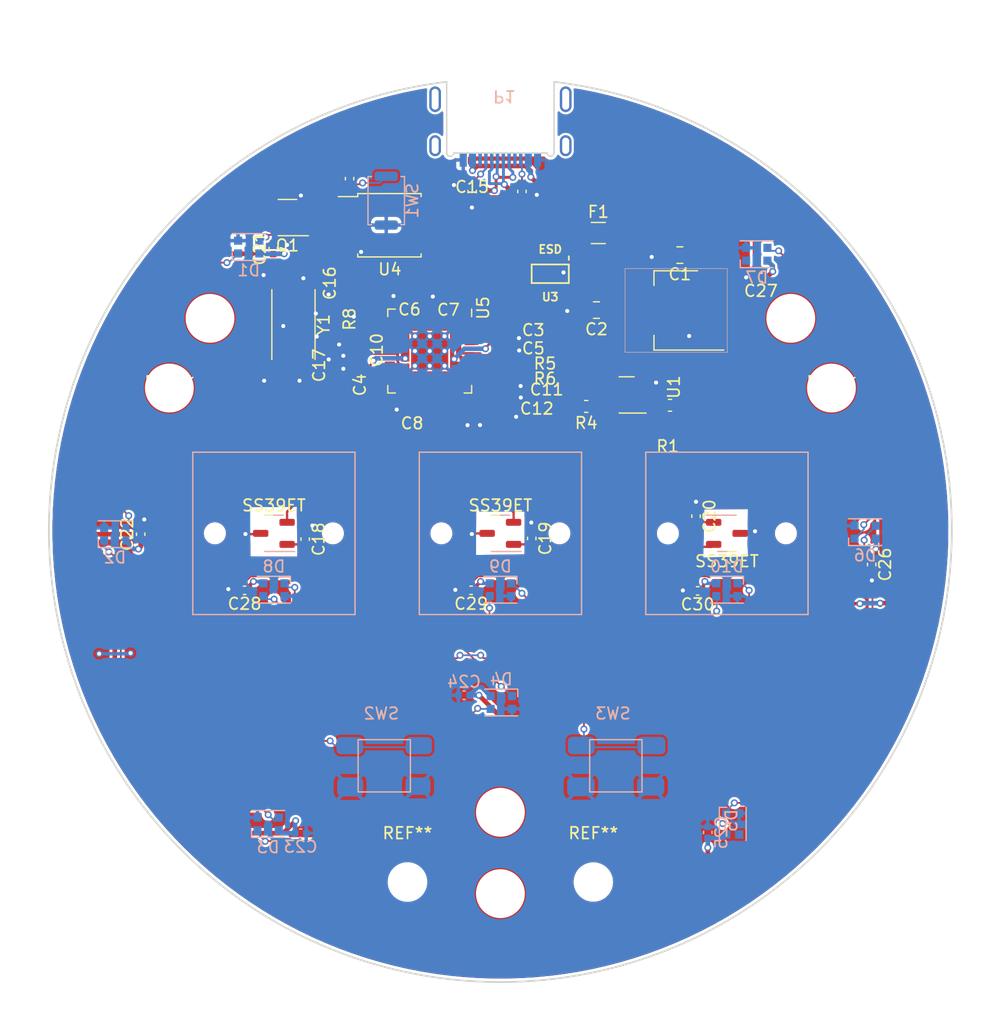
<source format=kicad_pcb>
(kicad_pcb (version 20221018) (generator pcbnew)
  (title_block (title "RP2040 Minimal Design Example") (date "2020-07-13") (rev "REV1") (company "Raspberry Pi (Trading) Ltd"))
  (layers (0 "F.Cu" signal) (31 "B.Cu" signal) (34 "B.Paste" user) (35 "F.Paste" user) (36 "B.SilkS" user "B.Silkscreen") (37 "F.SilkS" user "F.Silkscreen") (38 "B.Mask" user) (39 "F.Mask" user) (44 "Edge.Cuts" user))
  (net 0 "")
  (net 1 "GND")
  (net 2 "VBUS")
  (net 3 "/XIN")
  (net 4 "/XOUT")
  (net 5 "+3V3")
  (net 6 "+1V1")
  (net 7 "/GPIO2")
  (net 8 "/GPIO1")
  (net 9 "/GPIO0")
  (net 10 "Net-(D6-DOUT)")
  (net 11 "/GPIO9")
  (net 12 "/GPIO8")
  (net 13 "/GPIO7")
  (net 14 "/GPIO6")
  (net 15 "/GPIO5")
  (net 16 "/GPIO4")
  (net 17 "/GPIO3")
  (net 18 "/QSPI_SS")
  (net 19 "/GPIO29_ADC3")
  (net 20 "/QSPI_SD3")
  (net 21 "/QSPI_SCLK")
  (net 22 "/QSPI_SD0")
  (net 23 "/QSPI_SD2")
  (net 24 "/QSPI_SD1")
  (net 25 "/USB_D+")
  (net 26 "/USB_D-")
  (net 27 "/GPIO25")
  (net 28 "/GPIO24")
  (net 29 "/GPIO23")
  (net 30 "/GPIO22")
  (net 31 "/GPIO21")
  (net 32 "/GPIO20")
  (net 33 "/GPIO14")
  (net 34 "/GPIO13")
  (net 35 "LED_D_5V")
  (net 36 "+5V")
  (net 37 "+3V")
  (net 38 "SWCLK")
  (net 39 "SWD")
  (net 40 "RUN")
  (net 41 "Net-(U5-USB_DP)")
  (net 42 "Net-(U5-USB_DM)")
  (net 43 "RP_ADC0")
  (net 44 "RP_ADC1")
  (net 45 "RP_ADC2")
  (net 46 "Net-(D1-DOUT)")
  (net 47 "Net-(D2-DOUT)")
  (net 48 "Net-(D3-DOUT)")
  (net 49 "Net-(D4-DOUT)")
  (net 50 "Net-(D5-DOUT)")
  (net 51 "Net-(P1-CC1)")
  (net 52 "ADC_AVDD")
  (net 53 "Net-(P1-CC2)")
  (net 54 "/GPIO16")
  (net 55 "/GPIO10")
  (net 56 "/GPIO11")
  (net 57 "GPIO18")
  (net 58 "GPIO19")
  (net 59 "/GPIO12")
  (net 61 "Net-(C17-Pad1)")
  (net 62 "/GPIO17")
  (net 63 "LED_D_3V")
  (net 64 "Net-(D8-DOUT)")
  (net 65 "Net-(D10-DIN)")
  (net 66 "Net-(D10-DOUT)")
  (footprint "Capacitor_SMD:C_0805_2012Metric" (layer "F.Cu") (at 108.27 80.79 180)
    (fp_text reference "C2")
    (fp_text value "10u")
  )
  (footprint "Capacitor_SMD:C_0402_1005Metric" (layer "F.Cu") (at 100.44 88.3175)
    (fp_text reference "C12")
    (fp_text value "1u")
  )
  (footprint "Capacitor_SMD:C_0402_1005Metric" (layer "F.Cu") (at 100.44 87.3175)
    (fp_text reference "C11")
    (fp_text value "1u")
  )
  (footprint "Capacitor_SMD:C_0402_1005Metric" (layer "F.Cu") (at 92.4 89.365 180)
    (fp_text reference "C8")
    (fp_text value "100n")
  )
  (footprint "Package_TO_SOT_SMD:SOT-223-3_TabPin2" (layer "F.Cu") (at 115.13 80.82 180)
    (fp_text reference "U1")
    (fp_text value "NCP1117-3.3_SOT223" hide)
  )
  (footprint "Package_SO:SOIC-8_5.23x5.23mm_P1.27mm" (layer "F.Cu") (at 90.445 73.4925)
    (fp_text reference "U4")
    (fp_text value "W25Q32JVSS")
  )
  (footprint "Capacitor_SMD:C_0402_1005Metric" (layer "F.Cu") (at 85.207481 83.761 -90)
    (fp_text reference "C17")
    (fp_text value "27p")
  )
  (footprint "Capacitor_SMD:C_0402_1005Metric" (layer "F.Cu") (at 100.325 84.285)
    (fp_text reference "C5")
    (fp_text value "100n")
  )
  (footprint "Capacitor_SMD:C_0402_1005Metric" (layer "F.Cu") (at 95.5225 79.5975 180)
    (fp_text reference "C7")
    (fp_text value "100n")
  )
  (footprint "Capacitor_SMD:C_0402_1005Metric" (layer "F.Cu") (at 87.775 84.721 180)
    (fp_text reference "C10")
    (fp_text value "100n")
  )
  (footprint "Capacitor_SMD:C_0402_1005Metric" (layer "F.Cu") (at 100.325876 85.3025 180)
    (fp_text reference "R5")
    (fp_text value "27R")
  )
  (footprint "Capacitor_SMD:C_0402_1005Metric" (layer "F.Cu") (at 88.015 85.8275 180)
    (fp_text reference "C4")
    (fp_text value "100n")
  )
  (footprint "Capacitor_SMD:C_0805_2012Metric" (layer "F.Cu") (at 115.45 76.06 180)
    (fp_text reference "C1")
    (fp_text value "10u")
  )
  (footprint "Capacitor_SMD:C_0402_1005Metric" (layer "F.Cu") (at 92.1725 79.5675 180)
    (fp_text reference "C6")
    (fp_text value "100n")
  )
  (footprint "RP2040_minimal:RP2040-QFN-56" (layer "F.Cu") (at 93.915 84.315 -90)
    (fp_text reference "U5")
    (fp_text value "RP2040")
  )
  (footprint "Capacitor_SMD:C_0402_1005Metric" (layer "F.Cu") (at 85.207481 80.791 90)
    (fp_text reference "C16")
    (fp_text value "27p")
  )
  (footprint "Capacitor_SMD:C_0402_1005Metric" (layer "F.Cu") (at 100.325876 86.3025 180)
    (fp_text reference "R6")
    (fp_text value "27R")
  )
  (footprint "Capacitor_SMD:C_0402_1005Metric" (layer "F.Cu") (at 100.315 83.205)
    (fp_text reference "C3")
    (fp_text value "100n")
  )
  (footprint "Capacitor_SMD:C_0402_1005Metric" (layer "F.Cu") (at 94.545 70.0925)
    (fp_text reference "C15")
    (fp_text value "100n" hide)
  )
  (footprint "Capacitor_SMD:C_0402_1005Metric" (layer "F.Cu") (at 87.092481 82.976 180)
    (fp_text reference "R8")
    (fp_text value "1k")
  )
  (footprint "Crystal:Crystal_SMD_Abracon_ABM7-2Pin_6.0x3.5mm" (layer "F.Cu") (at 82.183162 82.0375 -90)
    (fp_text reference "Y1")
    (fp_text value "ABM7-12.000MHZ-D2Y-T")
  )
  (footprint "Capacitor_SMD:C_0402_1005Metric" (layer "F.Cu") (at 131.96 102.68 -90)
    (fp_text reference "C26")
    (fp_text value "100n")
  )
  (footprint "Package_TO_SOT_SMD:SOT-23-5" (layer "F.Cu") (at 81.6665 72.832 180)
    (fp_text reference "Q1")
    (fp_text value "SN74LV1T34DBV")
  )
  (footprint "Capacitor_SMD:C_0402_1005Metric" (layer "F.Cu") (at 97.48 104.9 180)
    (fp_text reference "C29")
    (fp_text value "100n")
  )
  (footprint "Capacitor_SMD:C_0603_1608Metric" (layer "F.Cu") (at 107.39 89.08 180)
    (fp_text reference "R4")
    (fp_text value "1R")
  )
  (footprint "Package_TO_SOT_SMD:SOT-23-3" (layer "F.Cu") (at 119.5 100)
    (fp_text reference "S3" hide)
    (fp_text value "SS39ET")
  )
  (footprint "MountingHole:M3_Threaded_Insert_4881_Keystone" (layer "F.Cu") (at 100 131)
    (fp_text reference "H3")
    (fp_text value "M3_Threaded_Insert_4881_Keystone")
  )
  (footprint "Capacitor_SMD:C_0402_1005Metric" (layer "F.Cu") (at 122.428 77.978 180)
    (fp_text reference "C27")
    (fp_text value "100n")
  )
  (footprint "Capacitor_SMD:C_0603_1608Metric" (layer "F.Cu") (at 114.6 88.98 180)
    (fp_text reference "R1")
    (fp_text value "200R")
  )
  (footprint "Capacitor_SMD:C_0402_1005Metric" (layer "F.Cu") (at 80.443 75.498 90)
    (fp_text reference "C21")
    (fp_text value "100n")
  )
  (footprint "Keebio-Parts:SOT-143B" (layer "F.Cu") (at 104.29 77.665 180)
    (fp_text reference "U3")
    (fp_text value "PRTR5V0U2X" hide)
  )
  (footprint "Package_TO_SOT_SMD:SOT-23-3" (layer "F.Cu") (at 100 100 180)
    (fp_text reference "S2" hide)
    (fp_text value "SS39ET")
  )
  (footprint "Capacitor_SMD:C_0402_1005Metric" (layer "F.Cu") (at 69.032 100.076 90)
    (fp_text reference "C22")
    (fp_text value "100n")
  )
  (footprint "MountingHole:MountingHole_3.2mm_M3" (layer "F.Cu") (at 108 130)
    (fp_text reference "REF**")
    (fp_text value "MountingHole_3.2mm_M3")
  )
  (footprint "MountingHole:M3_Threaded_Insert_4881_Keystone" (layer "F.Cu") (at 75 81.5)
    (fp_text reference "H2")
    (fp_text value "M3_Threaded_Insert_4881_Keystone")
  )
  (footprint "Package_TO_SOT_SMD:SOT-23" (layer "F.Cu") (at 110.8675 88.09 180)
    (fp_text reference "U2" hide)
    (fp_text value "LM4040DBZ-3" hide)
  )
  (footprint "Capacitor_SMD:C_0402_1005Metric" (layer "F.Cu") (at 101.854 70.584 -90)
    (fp_text reference "R2" hide)
    (fp_text value "5.1k" hide)
  )
  (footprint "MountingHole:M3_Threaded_Insert_4881_Keystone" (layer "F.Cu") (at 100 124)
    (fp_text reference "H6")
    (fp_text value "M3_Threaded_Insert_4881_Keystone")
  )
  (footprint "MountingHole:M3_Threaded_Insert_4881_Keystone" (layer "F.Cu") (at 71.5 87.5)
    (fp_text reference "REF**")
    (fp_text value "M3_Threaded_Insert_4881_Keystone")
  )
  (footprint "Capacitor_SMD:C_0402_1005Metric" (layer "F.Cu") (at 100.04 89.95)
    (fp_text reference "C14" hide)
    (fp_text value "1u" hide)
  )
  (footprint "Package_TO_SOT_SMD:SOT-23-3" (layer "F.Cu") (at 80.5 100 180)
    (fp_text reference "S1" hide)
    (fp_text value "SS39ET")
  )
  (footprint "MountingHole:M3_Threaded_Insert_4881_Keystone" (layer "F.Cu") (at 125 81.5)
    (fp_text reference "H1")
    (fp_text value "M3_Threaded_Insert_4881_Keystone")
  )
  (footprint "Capacitor_SMD:C_0402_1005Metric" (layer "F.Cu") (at 83.19 100.5 -90)
    (fp_text reference "C18")
    (fp_text value "1u")
  )
  (footprint "Capacitor_SMD:C_0402_1005Metric" (layer "F.Cu") (at 97.225 89.4275 -90)
    (fp_text reference "C9" hide)
    (fp_text value "100n" hide)
  )
  (footprint "Capacitor_SMD:C_0402_1005Metric" (layer "F.Cu") (at 98.255 89.4275 -90)
    (fp_text reference "C13" hide)
    (fp_text value "100n" hide)
  )
  (footprint "Capacitor_SMD:C_0402_1005Metric" (layer "F.Cu") (at 116.84 98.524 -90)
    (fp_text reference "C20")
    (fp_text value "1u")
  )
  (footprint "MountingHole:MountingHole_3.2mm_M3" (layer "F.Cu") (at 92 130)
    (fp_text reference "REF**")
    (fp_text value "MountingHole_3.2mm_M3")
  )
  (footprint "Capacitor_SMD:C_0402_1005Metric" (layer "F.Cu") (at 97.57 70.6 -90)
    (fp_text reference "R3" hide)
    (fp_text value "5.1k" hide)
  )
  (footprint "MountingHole:M3_Threaded_Insert_4881_Keystone" (layer "F.Cu") (at 128.5 87.5)
    (fp_text reference "REF**")
    (fp_text value "M3_Threaded_Insert_4881_Keystone")
  )
  (footprint "Capacitor_SMD:C_0402_1005Metric" (layer "F.Cu") (at 102.7 100.44 -90)
    (fp_text reference "C19")
    (fp_text value "1u")
  )
  (footprint "Capacitor_SMD:C_0402_1005Metric" (layer "F.Cu") (at 77.978 104.902 180)
    (fp_text reference "C28")
    (fp_text value "100n")
  )
  (footprint "Capacitor_SMD:C_0402_1005Metric" (layer "F.Cu") (at 87.015 69.4825 -90)
    (fp_text reference "R7" hide)
    (fp_text value "10k" hide)
  )
  (footprint "Capacitor_SMD:C_0402_1005Metric" (layer "F.Cu") (at 116.98 104.95 180)
    (fp_text reference "C30")
    (fp_text value "100n")
  )
  (footprint "Fuse:Fuse_1206_3216Metric" (layer "F.Cu") (at 108.43 74.16)
    (fp_text reference "F1")
    (fp_text value "nSMD025-24V" hide)
  )
  (footprint "Button_Switch_SMD:SW_Push_SPST_NO_Alps_SKRK" (layer "B.Cu") (at 90.17 71.374 90)
    (fp_text reference "SW1")
    (fp_text value "SKRKAGE020")
  )
  (footprint "Capacitor_SMD:C_0402_1005Metric" (layer "B.Cu") (at 117.856 125.73 90)
    (fp_text reference "C25")
    (fp_text value "100n")
  )
  (footprint "Button_Switch_SMD:PTS647_4.5x4.5mm" (layer "B.Cu") (at 90 120 180)
    (fp_text reference "SW2")
    (fp_text value "PTS647 SN70 SMTR2 LFS")
  )
  (footprint "LED_SMD:LED_WS2812B-2020_PLCC4_2.0x2.0mm" (layer "B.Cu") (at 66.802 100.076)
    (fp_text reference "D2")
    (fp_text value "WS2812B-2020")
  )
  (footprint "Button_Switch_Keyboard:SW_Lekker_MX_1.00u_PCB" (layer "B.Cu") (at 119.5 100 180)
    (fp_text reference "REF**" hide)
    (fp_text value "SW_Lekker_MX_1.00u_PCB")
  )
  (footprint "Button_Switch_Keyboard:SW_Lekker_MX_1.00u_PCB" (layer "B.Cu") (at 100 100 180)
    (fp_text reference "REF**" hide)
    (fp_text value "SW_Lekker_MX_1.00u_PCB")
  )
  (footprint "LED_SMD:LED_WS2812B-2020_PLCC4_2.0x2.0mm" (layer "B.Cu") (at 119.5 104.85 180)
    (fp_text reference "D10")
    (fp_text value "WS2812B-2020")
  )
  (footprint "LED_SMD:LED_WS2812B-2020_PLCC4_2.0x2.0mm" (layer "B.Cu") (at 120 125 -90)
    (fp_text reference "D5")
    (fp_text value "WS2812B-2020")
  )
  (footprint "Capacitor_SMD:C_0402_1005Metric" (layer "B.Cu") (at 82.804 125.799)
    (fp_text reference "C23")
    (fp_text value "100n")
  )
  (footprint "LED_SMD:LED_WS2812B-2020_PLCC4_2.0x2.0mm" (layer "B.Cu") (at 122.073 75.988)
    (fp_text reference "D7")
    (fp_text value "WS2812B-2020")
  )
  (footprint "LED_SMD:LED_WS2812B-2020_PLCC4_2.0x2.0mm" (layer "B.Cu") (at 80 125)
    (fp_text reference "D3")
    (fp_text value "WS2812B-2020")
  )
  (footprint "LED_SMD:LED_WS2812B-2020_PLCC4_2.0x2.0mm" (layer "B.Cu") (at 100 104.85 180)
    (fp_text reference "D9")
    (fp_text value "WS2812B-2020")
  )
  (footprint "Button_Switch_SMD:PTS647_4.5x4.5mm" (layer "B.Cu") (at 109.94 120 180)
    (fp_text reference "SW3")
    (fp_text value "PTS647 SN70 SMTR2 LFS")
  )
  (footprint "LED_SMD:LED_WS2812B-2020_PLCC4_2.0x2.0mm" (layer "B.Cu") (at 78.333 75.368)
    (fp_text reference "D1")
    (fp_text value "WS2812B-2020")
  )
  (footprint "Button_Switch_Keyboard:SW_Lekker_MX_1.00u_PCB" (layer "B.Cu") (at 80.5 100 180)
    (fp_text reference "REF**" hide)
    (fp_text value "SW_Lekker_MX_1.00u_PCB")
  )
  (footprint "LED_SMD:LED_WS2812B-2020_PLCC4_2.0x2.0mm" (layer "B.Cu") (at 131.4 99.9)
    (fp_text reference "D6")
    (fp_text value "WS2812B-2020")
  )
  (footprint "LED_SMD:LED_WS2812B-2020_PLCC4_2.0x2.0mm" (layer "B.Cu") (at 80.5 104.85 180)
    (fp_text reference "D8")
    (fp_text value "WS2812B-2020")
  )
  (footprint "LED_SMD:LED_WS2812B-2020_PLCC4_2.0x2.0mm" (layer "B.Cu") (at 100.076 114.554 180)
    (fp_text reference "D4")
    (fp_text value "WS2812B-2020")
  )
  (footprint "Connector_USB:USB_C_Receptacle_DEALON_16P_MidMnt" (layer "B.Cu") (at 100 62.65)
    (fp_text reference "P1")
    (fp_text value "USB-TYPE-C-016" hide)
    (fp_line (start -4.62 4.6) (end -4.625 -1.5) (stroke (width 0.12)) (layer "Edge.Cuts"))
    (fp_line (start -4.025 4.625) (end 4.025 4.625) (stroke (width 0.12)) (layer "Edge.Cuts"))
    (fp_line (start 4.62 4.6) (end 4.62 -1.5) (stroke (width 0.12)) (layer "Edge.Cuts"))
    (fp_arc (start -4.025 4.625) (mid -4.335 4.91) (end -4.62 4.6) (stroke (width 0.12)) (layer "Edge.Cuts"))
    (fp_arc (start 4.62 4.6) (mid 4.335 4.91) (end 4.025 4.625) (stroke (width 0.12)) (layer "Edge.Cuts"))
  )
  (footprint "Capacitor_SMD:C_0402_1005Metric" (layer "B.Cu") (at 96.87 113.93 180)
    (fp_text reference "C24")
    (fp_text value "100n")
  )
  (gr_arc (start 104.62 61.15) (mid 99.9975 138.605227) (end 95.375 61.15) (stroke (width 0.15)) (layer "Edge.Cuts"))
  (segment (start 105.755625 80.86875) (end 105.784375 80.84) (width 0.6) (layer "F.Cu") (net 1))
  (segment (start 100.82 83.185) (end 101.575 83.185) (width 0.2) (layer "F.Cu") (net 1))
  (segment (start 115.71 104.91) (end 115.71 104.86) (width 0.15) (layer "F.Cu") (net 1))
  (segment (start 91.0725 89.3525) (end 91.9025 89.3525) (width 0.15) (layer "F.Cu") (net 1))
  (segment (start 131.98 104.05) (end 131.98 103.18) (width 0.15) (layer "F.Cu") (net 1))
  (segment (start 103.124 70.866) (end 103.134 70.876) (width 0.15) (layer "F.Cu") (net 1))
  (segment (start 97.01 104.96) (end 96.29 104.96) (width 0.15) (layer "F.Cu") (net 1))
  (segment (start 102.244 70.866) (end 103.124 70.866) (width 0.2) (layer "F.Cu") (net 1))
  (segment (start 101.7325 87.3175) (end 100.925 87.3175) (width 0.2) (layer "F.Cu") (net 1))
  (segment (start 83.81 99.33) (end 83.19 99.95) (width 0.2) (layer "F.Cu") (net 1))
  (segment (start 131.98 103.18) (end 131.96 103.16) (width 0.15) (layer "F.Cu") (net 1))
  (segment (start 78.05 100.06) (end 78.1 100.07) (width 0.2) (layer "F.Cu") (net 1))
  (segment (start 87.619338 75.3975) (end 86.845 75.3975) (width 0.15) (layer "F.Cu") (net 1))
  (segment (start 83.26 100.09) (end 83.19 100.02) (width 0.15) (layer "F.Cu") (net 1))
  (segment (start 101.615 84.265) (end 100.8075 84.265) (width 0.2) (layer "F.Cu") (net 1))
  (segment (start 80.609 75.184) (end 80.443 75.018) (width 0.15) (layer "F.Cu") (net 1))
  (segment (start 100.8 83.205) (end 100.82 83.185) (width 0.2) (layer "F.Cu") (net 1))
  (segment (start 76.75 104.902) (end 76.58 104.802) (width 0.15) (layer "F.Cu") (net 1))
  (segment (start 82.8265 70.932) (end 82.8265 71.817) (width 0.2) (layer "F.Cu") (net 1))
  (segment (start 88.004669 75.782831) (end 87.619338 75.3975) (width 0.2) (layer "F.Cu") (net 1))
  (segment (start 86.115 83.7525) (end 86.020981 83.7525) (width 0.15) (layer "F.Cu") (net 1))
  (segment (start 101.28 89.97) (end 101.26 89.95) (width 0.15) (layer "F.Cu") (net 1))
  (segment (start 78.98 100.07) (end 78.12 100.07) (width 0.2) (layer "F.Cu") (net 1))
  (segment (start 117.38 83.02) (end 117.46 82.94) (width 0.8) (layer "F.Cu") (net 1))
  (segment (start 87.29 84.721) (end 86.478016 84.721) (width 0.2) (layer "F.Cu") (net 1))
  (segment (start 116.5 104.95) (end 115.8 104.95) (width 0.15) (layer "F.Cu") (net 1))
  (segment (start 83.19 99.95) (end 83.19 100.02) (width 0.15) (layer "F.Cu") (net 1))
  (segment (start 115.76 104.91) (end 115.71 104.91) (width 0.15) (layer "F.Cu") (net 1))
  (segment (start 96.12 104.86) (end 96.26 104.93) (width 0.15) (layer "F.Cu") (net 1))
  (segment (start 100.925 88.3175) (end 101.755 88.3175) (width 0.2) (layer "F.Cu") (net 1))
  (segment (start 91.9025 89.3525) (end 91.915 89.365) (width 0.15) (layer "F.Cu") (net 1))
  (segment (start 97.57 71.08) (end 97.57 71.95) (width 0.15) (layer "F.Cu") (net 1))
  (segment (start 121.92 99.822) (end 120.8155 99.822) (width 0.2) (layer "F.Cu") (net 1))
  (segment (start 102.71 99.98) (end 102.71 99.16) (width 0.2) (layer "F.Cu") (net 1))
  (segment (start 100.592831 89.9725) (end 100.425 90.140331) (width 0.15) (layer "F.Cu") (net 1))
  (segment (start 85.207481 85.0265) (end 85.218981 85.038) (width 0.15) (layer "F.Cu") (net 1))
  (segment (start 77.47 104.902) (end 76.75 104.902) (width 0.15) (layer "F.Cu") (net 1))
  (segment (start 96 70.0325) (end 95.31 70.0325) (width 0.15) (layer "F.Cu") (net 1))
  (segment (start 98.23 90.666824) (end 98.246352 90.683176) (width 0.2) (layer "F.Cu") (net 1))
  (segment (start 94.1825 79.6275) (end 94.3825 79.4275) (width 0.15) (layer "F.Cu") (net 1))
  (segment (start 76.58 104.802) (end 76.72 104.872) (width 0.15) (layer "F.Cu") (net 1))
  (segment (start 86.478016 84.721) (end 86.47801 84.720994) (width 0.2) (layer "F.Cu") (net 1))
  (segment (start 85.207481 84.246) (end 85.207481 85.0265) (width 0.15) (layer "F.Cu") (net 1))
  (segment (start 79.03 100.02) (end 78.98 100.07) (width 0.2) (layer "F.Cu") (net 1))
  (segment (start 120.8155 99.822) (end 120.6375 100) (width 0.2) (layer "F.Cu") (net 1))
  (segment (start 86.020981 83.7525) (end 85.527481 84.246) (width 0.15) (layer "F.Cu") (net 1))
  (segment (start 116.84 97.282) (end 116.77 97.352) (width 0.15) (layer "F.Cu") (net 1))
  (segment (start 105.09 77.21) (end 105.09 76.63) (width 0.4) (layer "F.Cu") (net 1))
  (segment (start 114.155 76.22) (end 114.235 76.14) (width 0.8) (layer "F.Cu") (net 1))
  (segment (start 100.537831 89.95) (end 100.517831 89.97) (width 0.15) (layer "F.Cu") (net 1))
  (segment (start 113.025 76.22) (end 114.155 76.22) (width 0.8) (layer "F.Cu") (net 1))
  (segment (start 85.207481 80.306) (end 85.207481 79.45) (width 0.2) (layer "F.Cu") (net 1))
  (segment (start 81.635 74.93) (end 81.635 75.184) (width 0.15) (layer "F.Cu") (net 1))
  (segment (start 90.4775 83.315) (end 89.337981 83.315) (width 0.15) (layer "F.Cu") (net 1))
  (segment (start 97.17 90.693176) (end 97.17 90.023176) (width 0.2) (layer "F.Cu") (net 1))
  (segment (start 85.527481 84.246) (end 85.207481 84.246) (width 0.15) (layer "F.Cu") (net 1))
  (segment (start 83.79 99.33) (end 83.72 99.4) (width 0.15) (layer "F.Cu") (net 1))
  (segment (start 87.29 85.84) (end 86.477996 85.84) (width 0.2) (layer "F.Cu") (net 1))
  (segment (start 95.31 70.0325) (end 95.2475 69.97) (width 0.15) (layer "F.Cu") (net 1))
  (segment (start 105.433234 77.553234) (end 105.09 77.21) (width 0.4) (layer "F.Cu") (net 1))
  (segment (start 81.635 75.184) (end 80.609 75.184) (width 0.15) (layer "F.Cu") (net 1))
  (segment (start 115.71 104.86) (end 115.78 104.93) (width 0.15) (layer "F.Cu") (net 1))
  (segment (start 113.401 87.03) (end 112.245 87.03) (width 0.3) (layer "F.Cu") (net 1))
  (segment (start 115.8 104.95) (end 115.76 104.91) (width 0.15) (layer "F.Cu") (net 1))
  (segment (start 96.29 104.96) (end 96.12 104.86) (width 0.15) (layer "F.Cu") (net 1))
  (segment (start 78.1 100.07) (end 78.11 100.07) (width 0.2) (layer "F.Cu") (net 1))
  (segment (start 112.245 87.03) (end 112.081 87.194) (width 0.3) (layer "F.Cu") (net 1))
  (segment (start 116.77 97.352) (end 116.77 97.994) (width 0.2) (layer "F.Cu") (net 1))
  (segment (start 94.3825 79.4275) (end 94.7375 79.4275) (width 0.15) (layer "F.Cu") (net 1))
  (segment (start 68.9135 99.5175) (end 69.342 99.089) (width 0.15) (layer "F.Cu") (net 1))
  (segment (start 69.342 99.089) (end 69.342 98.806) (width 0.15) (layer "F.Cu") (net 1))
  (segment (start 98.45 100.01) (end 97.63 100.01) (width 0.2) (layer "F.Cu") (net 1))
  (segment (start 105.784375 80.84) (end 107.115625 80.84) (width 0.6) (layer "F.Cu") (net 1))
  (segment (start 116.25 83.02) (end 117.38 83.02) (width 0.8) (layer "F.Cu") (net 1))
  (segment (start 98.23 90.033176) (end 98.23 90.666824) (width 0.2) (layer "F.Cu") (net 1))
  (segment (start 78.12 100.07) (end 78.05 100.06) (width 0.2) (layer "F.Cu") (net 1))
  (segment (start 90.7925 79.5775) (end 91.605 79.5775) (width 0.2) (layer "F.Cu") (net 1))
  (segment (start 83.81 99.33) (end 83.79 99.33) (width 0.15) (layer "F.Cu") (net 1))
  (segment (start 101.7425 87.3275) (end 101.7325 87.3175) (width 0.2) (layer "F.Cu") (net 1))
  (segment (start 121.158 77.978) (end 121.868 77.978) (width 0.15) (layer "F.Cu") (net 1))
  (segment (start 89.337981 83.315) (end 87.377981 81.355) (width 0.15) (layer "F.Cu") (net 1))
  (segment (start 101.26 89.95) (end 100.537831 89.95) (width 0.15) (layer "F.Cu") (net 1))
  (via (at 86.115 83.7525) (size 0.6) (drill 0.35) (layers "F.Cu" "B.Cu") (net 1))
  (via (at 81.307481 82.166) (size 0.6) (drill 0.35) (layers "F.Cu" "B.Cu") (net 1))
  (via (at 84.193162 83.0675) (size 0.6) (drill 0.35) (layers "F.Cu" "B.Cu") (net 1))
  (via (at 79.61 77.78) (size 0.6) (drill 0.35) (layers "F.Cu" "B.Cu") (net 1))
  (via (at 83.037481 78.0535) (size 0.6) (drill 0.35) (layers "F.Cu" "B.Cu") (net 1))
  (via (at 82.707481 86.866) (size 0.6) (drill 0.35) (layers "F.Cu" "B.Cu") (net 1))
  (via (at 94.1825 79.6275) (size 0.6) (drill 0.35) (layers "F.Cu" "B.Cu") (net 1))
  (via (at 113.401 87.03) (size 0.6) (drill 0.35) (layers "F.Cu" "B.Cu") (net 1))
  (via (at 121.158 77.978) (size 0.6) (drill 0.35) (layers "F.Cu" "B.Cu") (net 1))
  (via (at 91.0725 89.3525) (size 0.6) (drill 0.35) (layers "F.Cu" "B.Cu") (net 1))
  (via (at 87.377981 81.355) (size 0.6) (drill 0.35) (layers "F.Cu" "B.Cu") (net 1))
  (via (at 98.246352 90.683176) (size 0.6) (drill 0.35) (layers "F.Cu" "B.Cu") (net 1))
  (via (at 90.7925 79.5775) (size 0.6) (drill 0.35) (layers "F.Cu" "B.Cu") (net 1))
  (via (at 83.81 99.33) (size 0.6) (drill 0.35) (layers "F.Cu" "B.Cu") (net 1))
  (via (at 113.025 76.22) (size 0.6) (drill 0.35) (layers "F.Cu" "B.Cu") (net 1))
  (via (at 82.8265 70.932) (size 0.6) (drill 0.35) (layers "F.Cu" "B.Cu") (net 1))
  (via (at 115.71 104.91) (size 0.6) (drill 0.35) (layers "F.Cu" "B.Cu") (net 1))
  (via (at 101.755 88.3175) (size 0.6) (drill 0.35) (layers "F.Cu" "B.Cu") (net 1))
  (via (at 76.58 104.802) (size 0.6) (drill 0.35) (layers "F.Cu" "B.Cu") (net 1))
  (via (at 96 70.0325) (size 0.6) (drill 0.35) (layers "F.Cu" "B.Cu") (net 1))
  (via (at 97.54 100.06) (size 0.6) (drill 0.35) (layers "F.Cu" "B.Cu") (net 1))
  (via (at 85.218981 85.038) (size 0.6) (drill 0.35) (layers "F.Cu" "B.Cu") (net 1))
  (via (at 86.47801 84.720994) (size 0.6) (drill 0.35) (layers "F.Cu" "B.Cu") (net 1))
  (via (at 105.433234 77.553234) (size 0.6) (drill 0.35) (layers "F.Cu" "B.Cu") (net 1))
  (via (at 97.55 71.97) (size 0.6) (drill 0.35) (layers "F.Cu" "B.Cu") (net 1))
  (via (at 79.66 86.87) (size 0.6) (drill 0.35) (layers "F.Cu" "B.Cu") (net 1))
  (via (at 116.84 97.282) (size 0.6) (drill 0.35) (layers "F.Cu" "B.Cu") (net 1))
  (via (at 101.7425 87.3275) (size 0.6) (drill 0.35) (layers "F.Cu" "B.Cu") (net 1))
  (via (at 102.66 99.07) (size 0.6) (drill 0.35) (layers "F.Cu" "B.Cu") (net 1))
  (via (at 105.755625 80.86875) (size 0.6) (drill 0.35) (layers "F.Cu" "B.Cu") (net 1))
  (via (at 121.92 99.822) (size 0.6) (drill 0.35) (layers "F.Cu" "B.Cu") (net 1))
  (via (at 97.17 90.693176) (size 0.6) (drill 0.35) (layers "F.Cu" "B.Cu") (net 1))
  (via (at 78.05 100.06) (size 0.6) (drill 0.35) (layers "F.Cu" "B.Cu") (net 1))
  (via (at 69.342 98.806) (size 0.6) (drill 0.35) (layers "F.Cu" "B.Cu") (net 1))
  (via (at 85.207481 79.45) (size 0.6) (drill 0.35) (layers "F.Cu" "B.Cu") (net 1))
  (via (at 131.98 104.05) (size 0.6) (drill 0.35) (layers "F.Cu" "B.Cu") (net 1))
  (via (at 116.25 83.02) (size 0.6) (drill 0.35) (layers "F.Cu" "B.Cu") (net 1))
  (via (at 81.635 75.184) (size 0.6) (drill 0.35) (layers "F.Cu" "B.Cu") (net 1))
  (via (at 101.615 84.265) (size 0.6) (drill 0.35) (layers "F.Cu" "B.Cu") (net 1))
  (via (at 88.004669 75.782831) (size 0.6) (drill 0.35) (layers "F.Cu" "B.Cu") (net 1))
  (via (at 103.134 70.876) (size 0.6) (drill 0.35) (layers "F.Cu" "B.Cu") (net 1))
  (via (at 101.595 83.205) (size 0.6) (drill 0.35) (layers "F.Cu" "B.Cu") (net 1))
  (via (at 86.477996 85.84) (size 0.6) (drill 0.35) (layers "F.Cu" "B.Cu") (net 1))
  (via (at 101.355 89.9725) (size 0.6) (drill 0.35) (layers "F.Cu" "B.Cu") (net 1))
  (via (at 84.113162 81.0875) (size 0.6) (drill 0.35) (layers "F.Cu" "B.Cu") (net 1))
  (via (at 96.12 104.86) (size 0.6) (drill 0.35) (layers "F.Cu" "B.Cu") (net 1))
  (segment (start 77.413 74.818) (end 77.693 74.818) (width 0.15) (layer "B.Cu") (net 1))
  (segment (start 121.158 77.978) (end 121.158 77.873) (width 0.15) (layer "B.Cu") (net 1))
  (segment (start 121.158 77.873) (end 121.195 77.836) (width 0.15) (layer "B.Cu") (net 1))
  (segment (start 87.375 121.6) (end 87.49 121.6) (width 0.15) (layer "B.Cu") (net 1))
  (segment (start 102.616 69.342) (end 107.03 73.756) (width 0.4) (layer "F.Cu") (net 2))
  (segment (start 97.6 68.78) (end 97.99 68.39) (width 0.4) (layer "F.Cu") (net 2))
  (segment (start 105.965 78.665) (end 105.24 78.665) (width 0.4) (layer "F.Cu") (net 2))
  (segment (start 107.03 73.756) (end 107.03 77.6) (width 0.4) (layer "F.Cu") (net 2))
  (segment (start 102.616 68.834) (end 102.616 69.342) (width 0.4) (layer "F.Cu") (net 2))
  (segment (start 102.172 68.39) (end 102.616 68.834) (width 0.4) (layer "F.Cu") (net 2))
  (segment (start 107.03 77.6) (end 105.965 78.665) (width 0.4) (layer "F.Cu") (net 2))
  (segment (start 97.99 68.39) (end 102.172 68.39) (width 0.4) (layer "F.Cu") (net 2))
  (via (at 97.6 68.78) (size 0.6) (drill 0.35) (layers "F.Cu" "B.Cu") (net 2))
  (via (at 102.616 69.342) (size 0.6) (drill 0.35) (layers "F.Cu" "B.Cu") (net 2))
  (segment (start 97.600001 67.889669) (end 97.585332 67.904338) (width 0.4) (layer "B.Cu") (net 2))
  (segment (start 97.6 68.78) (end 97.6 68.37) (width 0.4) (layer "B.Cu") (net 2))
  (segment (start 102.616 69.342) (end 102.616 68.930761) (width 0.4) (layer "B.Cu") (net 2))
  (segment (start 102.616 68.930761) (end 102.4 68.714761) (width 0.4) (layer "B.Cu") (net 2))
  (segment (start 102.4 68.714761) (end 102.4 67.875) (width 0.4) (layer "B.Cu") (net 2))
  (segment (start 97.585332 67.904338) (end 97.585332 68.78) (width 0.4) (layer "B.Cu") (net 2))
  (segment (start 84.556981 81.9265) (end 83.052162 81.9265) (width 0.15) (layer "F.Cu") (net 3))
  (segment (start 87.674717 82.076) (end 86.007481 82.076) (width 0.15) (layer "F.Cu") (net 3))
  (segment (start 90.4775 83.715) (end 89.313717 83.715) (width 0.15) (layer "F.Cu") (net 3))
  (segment (start 89.313717 83.715) (end 87.674717 82.076) (width 0.15) (layer "F.Cu") (net 3))
  (segment (start 83.052162 81.9265) (end 81.092662 79.967) (width 0.15) (layer "F.Cu") (net 3))
  (segment (start 85.207481 81.276) (end 84.556981 81.9265) (width 0.15) (layer "F.Cu") (net 3))
  (segment (start 86.007481 82.076) (end 85.207481 81.276) (width 0.15) (layer "F.Cu") (net 3))
  (segment (start 90.4775 84.115) (end 88.716481 84.115) (width 0.15) (layer "F.Cu") (net 4))
  (segment (start 88.716481 84.115) (end 87.577481 82.976) (width 0.15) (layer "F.Cu") (net 4))
  (segment (start 98.405001 84.667501) (end 98.940323 84.667501) (width 0.2) (layer "F.Cu") (net 5))
  (segment (start 99.062824 84.545) (end 99.58 84.545) (width 0.2) (layer "F.Cu") (net 5))
  (segment (start 97.3925 84.5175) (end 96.555 84.5175) (width 0.2) (layer "F.Cu") (net 5))
  (segment (start 96.515 80.105) (end 96.0075 79.5975) (width 0.2) (layer "F.Cu") (net 5))
  (segment (start 85.952996 85.436504) (end 85.952996 86.457996) (width 0.2) (layer "F.Cu") (net 5))
  (segment (start 102.64 101.93) (end 102.6 101.85) (width 0.15) (layer "F.Cu") (net 5))
  (segment (start 92.885 89.365) (end 92.885 87.7825) (width 0.2) (layer "F.Cu") (net 5))
  (segment (start 98.060026 86.5175) (end 96.5625 86.5175) (width 0.2) (layer "F.Cu") (net 5))
  (segment (start 83.16 100.95) (end 83.19 100.98) (width 0.15) (layer "F.Cu") (net 5))
  (segment (start 99.955 88.3175) (end 99.305 87.6675) (width 0.2) (layer "F.Cu") (net 5))
  (segment (start 88.0085 85.2925) (end 86.097 85.2925) (width 0.2) (layer "F.Cu") (net 5))
  (segment (start 83.05 101.12) (end 83.19 100.98) (width 0.15) (layer "F.Cu") (net 5))
  (segment (start 96.5625 86.5175) (end 96.515 86.565) (width 0.2) (layer "F.Cu") (net 5))
  (segment (start 99.58 84.545) (end 99.84 84.285) (width 0.2) (layer "F.Cu") (net 5))
  (segment (start 97.3925 84.9175) (end 96.755 84.9175) (width 0.2) (layer "F.Cu") (net 5))
  (segment (start 86.097 85.2925) (end 85.952996 85.436504) (width 0.2) (layer "F.Cu") (net 5))
  (segment (start 85.952996 86.457996) (end 86.0725 86.5775) (width 0.2) (layer "F.Cu") (net 5))
  (segment (start 97.225 88.9225) (end 97.225 89.13) (width 0.2) (layer "F.Cu") (net 5))
  (segment (start 98.255 84.5175) (end 97.3925 84.5175) (width 0.2) (layer "F.Cu") (net 5))
  (segment (start 88.26 85.041) (end 88.0085 85.2925) (width 0.2) (layer "F.Cu") (net 5))
  (segment (start 92.6575 79.5675) (end 92.915 79.825) (width 0.2) (layer "F.Cu") (net 5))
  (segment (start 96.515 81.5425) (end 96.505 81.5525) (width 0.2) (layer "F.Cu") (net 5))
  (segment (start 94.045 70.2775) (end 94.255 70.0675) (width 0.15) (layer "F.Cu") (net 5))
  (segment (start 92.885 87.7825) (end 92.915 87.7525) (width 0.2) (layer "F.Cu") (net 5))
  (segment (start 88.431 84.55) (end 88.26 84.721) (width 0.2) (layer "F.Cu") (net 5))
  (segment (start 92.8 79.3525) (end 92.6575 79.495) (width 0.2) (layer "F.Cu") (net 5))
  (segment (start 96.515 87.7525) (end 96.515 88.2125) (width 0.2) (layer "F.Cu") (net 5))
  (segment (start 94.045 71.5875) (end 94.045 70.2775) (width 0.2) (layer "F.Cu") (net 5))
  (segment (start 92.915 79.825) (end 92.915 80.8775) (width 0.2) (layer "F.Cu") (net 5))
  (segment (start 96.515 80.8775) (end 96.515 80.105) (width 0.2) (layer "F.Cu") (net 5))
  (segment (start 99.210025 87.6675) (end 98.060026 86.5175) (width 0.2) (layer "F.Cu") (net 5))
  (segment (start 92.915 87.7525) (end 92.915 86.7675) (width 0.2) (layer "F.Cu") (net 5))
  (segment (start 116.84 99.004) (end 116.886 99.05) (width 0.2) (layer "F.Cu") (net 5))
  (segment (start 81.6375 100.95) (end 83.16 100.95) (width 0.2) (layer "F.Cu") (net 5))
  (segment (start 97.3925 84.9175) (end 98.155002 84.9175) (width 0.2) (layer "F.Cu") (net 5))
  (segment (start 98.405001 84.667501) (end 98.255 84.5175) (width 0.2) (layer "F.Cu") (net 5))
  (segment (start 92.6575 79.5675) (end 92.6575 79.5325) (width 0.2) (layer "F.Cu") (net 5))
  (segment (start 99.305 87.6675) (end 99.210025 87.6675) (width 0.2) (layer "F.Cu") (net 5))
  (segment (start 92.915 81.6175) (end 92.905 81.6275) (width 0.2) (layer "F.Cu") (net 5))
  (segment (start 116.835 98.954) (end 116.995 99.114) (width 0.15) (layer "F.Cu") (net 5))
  (segment (start 98.940323 84.667501) (end 99.062824 84.545) (width 0.2) (layer "F.Cu") (net 5))
  (segment (start 91.09 84.55) (end 88.431 84.55) (width 0.2) (layer "F.Cu") (net 5))
  (segment (start 96.515 86.565) (end 96.515 87.7525) (width 0.2) (layer "F.Cu") (net 5))
  (segment (start 96.515 88.2125) (end 97.225 88.9225) (width 0.2) (layer "F.Cu") (net 5))
  (segment (start 92.6575 79.495) (end 92.6575 79.5675) (width 0.2) (layer "F.Cu") (net 5))
  (segment (start 97.225 89.13) (end 97.1925 89.1625) (width 0.2) (layer "F.Cu") (net 5))
  (segment (start 102.59 101.84) (end 102.64 101.93) (width 0.15) (layer "F.Cu") (net 5))
  (segment (start 92.915 86.7675) (end 92.93 86.7525) (width 0.2) (layer "F.Cu") (net 5))
  (segment (start 98.155002 84.9175) (end 98.405001 84.667501) (width 0.2) (layer "F.Cu") (net 5))
  (segment (start 96.755 84.9175) (end 96.555 84.7175) (width 0.2) (layer "F.Cu") (net 5))
  (segment (start 88.26 84.721) (end 88.26 85.041) (width 0.2) (layer "F.Cu") (net 5))
  (segment (start 102.51 101.1) (end 102.59 101.02) (width 0.15) (layer "F.Cu") (net 5))
  (segment (start 92.915 80.8775) (end 92.915 81.6175) (width 0.2) (layer "F.Cu") (net 5))
  (segment (start 116.886 99.05) (end 118.3625 99.05) (width 0.2) (layer "F.Cu") (net 5))
  (segment (start 101.1375 100.95) (end 102.63 100.95) (width 0.2) (layer "F.Cu") (net 5))
  (segment (start 96.515 80.8775) (end 96.515 81.5425) (width 0.2) (layer "F.Cu") (net 5))
  (via (at 68.16 110.31) (size 0.6) (drill 0.35) (layers "F.Cu" "B.Cu") (net 5))
  (via (at 65.46 110.36) (size 0.6) (drill 0.35) (layers "F.Cu" "B.Cu") (net 5))
  (segment (start 68.11 110.36) (end 65.46 110.36) (width 0.3) (layer "B.Cu") (net 5))
  (segment (start 68.16 110.31) (end 68.11 110.36) (width 0.15) (layer "B.Cu") (net 5))
  (segment (start 97.3525 84.115) (end 98.715006 84.115) (width 0.2) (layer "F.Cu") (net 6))
  (segment (start 96.015 85.005) (end 96.015 84.815) (width 0.15) (layer "F.Cu") (net 6))
  (segment (start 98.715006 84.034994) (end 98.715006 84.115) (width 0.2) (layer "F.Cu") (net 6))
  (segment (start 98.155 86.1175) (end 99.355 87.3175) (width 0.2) (layer "F.Cu") (net 6))
  (segment (start 97.3925 86.1175) (end 98.155 86.1175) (width 0.2) (layer "F.Cu") (net 6))
  (segment (start 99.355 87.3175) (end 99.955 87.3175) (width 0.2) (layer "F.Cu") (net 6))
  (segment (start 89.06 85.14) (end 89.25 84.95) (width 0.2) (layer "F.Cu") (net 6))
  (segment (start 97.3925 86.1175) (end 96.555 86.1175) (width 0.2) (layer "F.Cu") (net 6))
  (segment (start 99.83 83.205) (end 99.545 83.205) (width 0.2) (layer "F.Cu") (net 6))
  (segment (start 89.06 85.14) (end 89.06 85.2675) (width 0.2) (layer "F.Cu") (net 6))
  (segment (start 89.06 85.2675) (end 88.5 85.8275) (width 0.2) (layer "F.Cu") (net 6))
  (segment (start 89.25 84.95) (end 90.4525 84.95) (width 0.2) (layer "F.Cu") (net 6))
  (segment (start 99.545 83.205) (end 98.715006 84.034994) (width 0.2) (layer "F.Cu") (net 6))
  (via (at 98.715006 84.115) (size 0.6) (drill 0.35) (layers "F.Cu" "B.Cu") (net 6))
  (via (at 96.015 85.005) (size 0.6) (drill 0.35) (layers "F.Cu" "B.Cu") (net 6))
  (via (at 89.06 85.14) (size 0.6) (drill 0.35) (layers "F.Cu" "B.Cu") (net 6))
  (via (at 91.805 84.9525) (size 0.6) (drill 0.35) (layers "F.Cu" "B.Cu") (net 6))
  (segment (start 98.715006 84.115) (end 96.905 84.115) (width 0.4) (layer "B.Cu") (net 6))
  (segment (start 89.26 84.94) (end 91.78003 84.94) (width 0.4) (layer "B.Cu") (net 6))
  (segment (start 89.06 85.14) (end 89.26 84.94) (width 0.4) (layer "B.Cu") (net 6))
  (segment (start 96.905 84.115) (end 96.015 85.005) (width 0.4) (layer "B.Cu") (net 6))
  (segment (start 125.6125 76.9025) (end 132.39 83.68) (width 0.15) (layer "F.Cu") (net 10))
  (segment (start 123.952 75.692) (end 125.1625 76.9025) (width 0.15) (layer "F.Cu") (net 10))
  (segment (start 125.1625 76.9025) (end 125.6125 76.9025) (width 0.15) (layer "F.Cu") (net 10))
  (segment (start 123.952 75.587) (end 123.915 75.55) (width 0.15) (layer "F.Cu") (net 10))
  (segment (start 132.39 98.145002) (end 131.284502 99.2505) (width 0.15) (layer "F.Cu") (net 10))
  (segment (start 132.39 83.68) (end 132.39 98.145002) (width 0.15) (layer "F.Cu") (net 10))
  (segment (start 123.952 75.692) (end 123.952 75.587) (width 0.15) (layer "F.Cu") (net 10))
  (via (at 123.952 75.692) (size 0.6) (drill 0.35) (layers "F.Cu" "B.Cu") (net 10))
  (via (at 131.284502 99.2505) (size 0.6) (drill 0.35) (layers "F.Cu" "B.Cu") (net 10))
  (segment (start 131.284502 99.2505) (end 131.284502 99.650498) (width 0.15) (layer "B.Cu") (net 10))
  (segment (start 123.952 75.692) (end 123.242 75.692) (width 0.15) (layer "B.Cu") (net 10))
  (segment (start 131.284502 99.650498) (end 130.485 100.45) (width 0.15) (layer "B.Cu") (net 10))
  (segment (start 123.242 75.692) (end 122.988 75.438) (width 0.15) (layer "B.Cu") (net 10))
  (segment (start 96.039963 77.7525) (end 87.2825 77.7525) (width 0.15) (layer "F.Cu") (net 18))
  (segment (start 97.3525 81.715) (end 97.015 81.3775) (width 0.15) (layer "F.Cu") (net 18))
  (segment (start 97.015 81.3775) (end 97.015 78.727537) (width 0.15) (layer "F.Cu") (net 18))
  (segment (start 87.015 69.9625) (end 88.0255 69.9625) (width 0.15) (layer "F.Cu") (net 18))
  (segment (start 87.055 70.0025) (end 87.015 69.9625) (width 0.15) (layer "F.Cu") (net 18))
  (segment (start 88.0255 69.9625) (end 88.138 69.85) (width 0.15) (layer "F.Cu") (net 18))
  (segment (start 86.78467 71.5875) (end 86.845 71.5875) (width 0.15) (layer "F.Cu") (net 18))
  (segment (start 87.2825 77.7525) (end 85.52 75.99) (width 0.15) (layer "F.Cu") (net 18))
  (segment (start 85.52 72.85217) (end 86.78467 71.5875) (width 0.15) (layer "F.Cu") (net 18))
  (segment (start 97.015 78.727537) (end 96.039963 77.7525) (width 0.15) (layer "F.Cu") (net 18))
  (segment (start 85.52 75.99) (end 85.52 72.85217) (width 0.15) (layer "F.Cu") (net 18))
  (segment (start 87.055 71.5375) (end 87.055 70.0025) (width 0.15) (layer "F.Cu") (net 18))
  (via (at 88.138 69.85) (size 0.6) (drill 0.35) (layers "F.Cu" "B.Cu") (net 18))
  (segment (start 88.138 69.85) (end 89.594 69.85) (width 0.15) (layer "B.Cu") (net 18))
  (segment (start 89.594 69.85) (end 90.17 69.274) (width 0.15) (layer "B.Cu") (net 18))
  (segment (start 99.4025 82.336028) (end 99.4025 78.71) (width 0.15) (layer "F.Cu") (net 20))
  (segment (start 97.3525 83.715) (end 98.023528 83.715) (width 0.15) (layer "F.Cu") (net 20))
  (segment (start 98.023528 83.715) (end 99.4025 82.336028) (width 0.15) (layer "F.Cu") (net 20))
  (segment (start 95.754338 75.061838) (end 95.754338 74.261838) (width 0.15) (layer "F.Cu") (net 20))
  (segment (start 95.754338 74.261838) (end 94.35 72.8575) (width 0.15) (layer "F.Cu") (net 20))
  (segment (start 99.4025 78.71) (end 95.754338 75.061838) (width 0.15) (layer "F.Cu") (net 20))
  (segment (start 94.35 72.8575) (end 94.045 72.8575) (width 0.15) (layer "F.Cu") (net 20))
  (segment (start 94.1825 74.1275) (end 94.045 74.1275) (width 0.15) (layer "F.Cu") (net 21))
  (segment (start 97.999264 83.315) (end 99.0725 82.241764) (width 0.15) (layer "F.Cu") (net 21))
  (segment (start 99.0725 79.0175) (end 94.1825 74.1275) (width 0.15) (layer "F.Cu") (net 21))
  (segment (start 97.3525 83.315) (end 97.999264 83.315) (width 0.15) (layer "F.Cu") (net 21))
  (segment (start 99.0725 82.241764) (end 99.0725 79.0175) (width 0.15) (layer "F.Cu") (net 21))
  (segment (start 98.7725 82.1175) (end 98.7725 79.144378) (width 0.15) (layer "F.Cu") (net 22))
  (segment (start 98.7725 79.144378) (end 95.025622 75.3975) (width 0.15) (layer "F.Cu") (net 22))
  (segment (start 97.975 82.915) (end 98.7725 82.1175) (width 0.15) (layer "F.Cu") (net 22))
  (segment (start 97.3525 82.915) (end 97.975 82.915) (width 0.15) (layer "F.Cu") (net 22))
  (segment (start 95.025622 75.3975) (end 94.045 75.3975) (width 0.15) (layer "F.Cu") (net 22))
  (segment (start 98.4725 81.971764) (end 98.4725 79.268642) (width 0.15) (layer "F.Cu") (net 23))
  (segment (start 87.58 74.1275) (end 86.845 74.1275) (width 0.15) (layer "F.Cu") (net 23))
  (segment (start 87.091801 74.1275) (end 86.845 74.1275) (width 0.15) (layer "F.Cu") (net 23))
  (segment (start 97.929264 82.515) (end 98.4725 81.971764) (width 0.15) (layer "F.Cu") (net 23))
  (segment (start 98.4725 79.268642) (end 96.296358 77.0925) (width 0.15) (layer "F.Cu") (net 23))
  (segment (start 97.3525 82.515) (end 97.929264 82.515) (width 0.15) (layer "F.Cu") (net 23))
  (segment (start 90.056801 77.0925) (end 87.091801 74.1275) (width 0.15) (layer "F.Cu") (net 23))
  (segment (start 96.296358 77.0925) (end 90.056801 77.0925) (width 0.15) (layer "F.Cu") (net 23))
  (segment (start 86.78467 72.8575) (end 86.845 72.8575) (width 0.15) (layer "F.Cu") (net 24))
  (segment (start 85.82 75.70283) (end 85.82 73.82217) (width 0.15) (layer "F.Cu") (net 24))
  (segment (start 97.3525 82.115) (end 97.905 82.115) (width 0.15) (layer "F.Cu") (net 24))
  (segment (start 85.82 73.82217) (end 86.78467 72.8575) (width 0.15) (layer "F.Cu") (net 24))
  (segment (start 98.125 79.345406) (end 96.232094 77.4525) (width 0.15) (layer "F.Cu") (net 24))
  (segment (start 98.125 81.895) (end 98.125 79.345406) (width 0.15) (layer "F.Cu") (net 24))
  (segment (start 87.56967 77.4525) (end 85.82 75.70283) (width 0.15) (layer "F.Cu") (net 24))
  (segment (start 96.232094 77.4525) (end 87.56967 77.4525) (width 0.15) (layer "F.Cu") (net 24))
  (segment (start 97.905 82.115) (end 98.125 81.895) (width 0.15) (layer "F.Cu") (net 24))
  (segment (start 86.65 72.8575) (end 86.845 72.8575) (width 0.15) (layer "F.Cu") (net 24))
  (segment (start 99.482005 70.51) (end 99.380005 70.51) (width 0.4) (layer "F.Cu") (net 25))
  (segment (start 98.98 71.11) (end 99.88 71.11) (width 0.4) (layer "F.Cu") (net 25))
  (segment (start 102.627996 85.3025) (end 103.279338 84.651158) (width 0.8) (layer "F.Cu") (net 25))
  (segment (start 99.482005 70.51) (end 99.63 70.362005) (width 0.25) (layer "F.Cu") (net 25))
  (segment (start 103.279338 78.725662) (end 103.34 78.665) (width 0.8) (layer "F.Cu") (net 25))
  (segment (start 101.07 69.37) (end 99.69 69.37) (width 0.25) (layer "F.Cu") (net 25))
  (segment (start 99.69 69.37) (end 99.63 69.31) (width 0.25) (layer "F.Cu") (net 25))
  (segment (start 99.68 75.005) (end 99.68 71.91) (width 0.8) (layer "F.Cu") (net 25))
  (segment (start 103.279338 82.948248) (end 103.279338 78.725662) (width 0.8) (layer "F.Cu") (net 25))
  (segment (start 99.481577 70.510428) (end 98.940561 70.510428) (width 0.4) (layer "F.Cu") (net 25))
  (segment (start 103.279338 84.651158) (end 103.279338 82.948248) (width 0.8) (layer "F.Cu") (net 25))
  (segment (start 103.34 78.665) (end 99.68 75.005) (width 0.8) (layer "F.Cu") (net 25))
  (segment (start 100.810876 85.3025) (end 102.627996 85.3025) (width 0.8) (layer "F.Cu") (net 25))
  (segment (start 100.08 71.31) (end 100.08 71.51) (width 0.4) (layer "F.Cu") (net 25))
  (segment (start 99.63 70.362005) (end 99.63 69.31) (width 0.25) (layer "F.Cu") (net 25))
  (segment (start 99.482005 70.51) (end 99.481577 70.510428) (width 0.4) (layer "F.Cu") (net 25))
  (via (at 99.63 69.31) (size 0.6) (drill 0.35) (layers "F.Cu" "B.Cu") (net 25))
  (via (at 101.07 69.37) (size 0.6) (drill 0.35) (layers "F.Cu" "B.Cu") (net 25))
  (via (at 99.482005 70.51) (size 0.6) (drill 0.35) (layers "F.Cu" "B.Cu") (net 25))
  (arc (start 98.68 70.81) (mid 98.767868 71.022132) (end 98.98 71.11) (width 0.4) (layer "F.Cu") (net 25))
  (arc (start 98.940561 70.510428) (mid 98.754448 70.612196) (end 98.68 70.81) (width 0.4) (layer "F.Cu") (net 25))
  (arc (start 100.08 71.51) (mid 100.021421 71.651421) (end 99.88 71.71) (width 0.4) (layer "F.Cu") (net 25))
  (arc (start 99.88 71.11) (mid 100.021421 71.168579) (end 100.08 71.31) (width 0.4) (layer "F.Cu") (net 25))
  (segment (start 101.07 69.37) (end 101.07 68.91) (width 0.25) (layer "B.Cu") (net 25))
  (segment (start 99.72 69.28) (end 99.72 68.105) (width 0.25) (layer "B.Cu") (net 25))
  (segment (start 101.07 69.37) (end 101.07 69.37) (width 0.25) (layer "B.Cu") (net 25))
  (segment (start 100.75 68.59) (end 100.75 67.875) (width 0.25) (layer "B.Cu") (net 25))
  (segment (start 101.01 69.31) (end 101.07 69.37) (width 0.25) (layer "B.Cu") (net 25))
  (segment (start 101.07 68.91) (end 100.75 68.59) (width 0.25) (layer "B.Cu") (net 25))
  (segment (start 101.07 69.37) (end 101.07 69.37) (width 0.25) (layer "B.Cu") (net 25))
  (segment (start 102.971498 86.3025) (end 100.810876 86.3025) (width 0.8) (layer "F.Cu") (net 26))
  (segment (start 100.67 74.245) (end 104.29 77.865) (width 0.8) (layer "F.Cu") (net 26))
  (segment (start 104.29 84.983998) (end 102.971498 86.3025) (width 0.8) (layer "F.Cu") (net 26))
  (segment (start 100.67 73.72) (end 100.67 74.245) (width 0.8) (layer "F.Cu") (net 26))
  (segment (start 100.34 69.98) (end 100.67 70.31) (width 0.4) (layer "F.Cu") (net 26))
  (segment (start 100.67 70.31) (end 100.67 73.72) (width 0.4) (layer "F.Cu") (net 26))
  (segment (start 103.349338 76.775) (end 103.309338 76.815) (width 0.4) (layer "F.Cu") (net 26))
  (segment (start 104.29 77.865) (end 104.29 84.983998) (width 0.8) (layer "F.Cu") (net 26))
  (via (at 100.34 69.98) (size 0.6) (drill 0.35) (layers "F.Cu" "B.Cu") (net 26))
  (segment (start 100.26 67.885) (end 100.25 67.875) (width 0.25) (layer "B.Cu") (net 26))
  (segment (start 100.34 69.98) (end 100.33 69.91) (width 0.25) (layer "B.Cu") (net 26))
  (segment (start 99.28 67.879375) (end 99.28 68.63633) (width 0.25) (layer "B.Cu") (net 26))
  (segment (start 99.28 68.63633) (end 99.055 68.86133) (width 0.25) (layer "B.Cu") (net 26))
  (segment (start 100.19 69.91) (end 100.34 69.98) (width 0.25) (layer "B.Cu") (net 26))
  (segment (start 100.26 69.91) (end 100.26 67.885) (width 0.25) (layer "B.Cu") (net 26))
  (segment (start 99.055 68.86133) (end 99.055 69.91) (width 0.25) (layer "B.Cu") (net 26))
  (segment (start 99.055 69.91) (end 100.19 69.91) (width 0.25) (layer "B.Cu") (net 26))
  (segment (start 100.33 69.91) (end 100.26 69.91) (width 0.25) (layer "B.Cu") (net 26))
  (segment (start 79.82155 74.498917) (end 80.003467 74.317) (width 0.15) (layer "F.Cu") (net 35))
  (segment (start 81.7005 72.996) (end 80.6965 71.992) (width 0.15) (layer "F.Cu") (net 35))
  (segment (start 81.18683 74.317) (end 81.7005 73.80333) (width 0.15) (layer "F.Cu") (net 35))
  (segment (start 81.7005 73.80333) (end 81.7005 72.996) (width 0.15) (layer "F.Cu") (net 35))
  (segment (start 80.003467 74.317) (end 81.18683 74.317) (width 0.15) (layer "F.Cu") (net 35))
  (via (at 79.82155 74.498917) (size 0.6) (drill 0.35) (layers "F.Cu" "B.Cu") (net 35))
  (segment (start 79.502467 74.818) (end 79.248 74.818) (width 0.15) (layer "B.Cu") (net 35))
  (segment (start 79.82155 74.498917) (end 79.502467 74.818) (width 0.15) (layer "B.Cu") (net 35))
  (segment (start 132.815 105.015) (end 133.8 106) (width 0.4) (layer "F.Cu") (net 36))
  (segment (start 104.68 123.12) (end 104.68 133.58) (width 0.4) (layer "F.Cu") (net 36))
  (segment (start 101.429037 134.45) (end 90.11 134.45) (width 0.4) (layer "F.Cu") (net 36))
  (segment (start 75.686 75.946) (end 74.77 75.03) (width 0.4) (layer "F.Cu") (net 36))
  (segment (start 82.37 124.73) (end 81.301 125.799) (width 0.4) (layer "F.Cu") (net 36))
  (segment (start 130.95 106.05) (end 130.25 106.05) (width 0.3) (layer "F.Cu") (net 36))
  (segment (start 76.63 73.23) (end 79.977 73.23) (width 0.4) (layer "F.Cu") (net 36))
  (segment (start 79.753261 128.99) (end 76.92 126.156739) (width 0.4) (layer "F.Cu") (net 36))
  (segment (start 78.458 104.422) (end 78.74 104.14) (width 0.3) (layer "F.Cu") (net 36))
  (segment (start 76.92 126.156739) (end 76.92 124.672) (width 0.4) (layer "F.Cu") (net 36))
  (segment (start 64.47 100.076) (end 68.509035 100.076) (width 0.4) (layer "F.Cu") (net 36))
  (segment (start 81.301 125.799) (end 77.277739 125.799) (width 0.4) (layer "F.Cu") (net 36))
  (segment (start 81.381 75.946) (end 80.475 75.946) (width 0.4) (layer "F.Cu") (net 36))
  (segment (start 126.93 77.5) (end 132.815 83.385) (width 0.4) (layer "F.Cu") (net 36))
  (segment (start 74.77 75.03) (end 74.83 75.03) (width 0.4) (layer "F.Cu") (net 36))
  (segment (start 66.802 103.027239) (end 64.47 100.695239) (width 0.4) (layer "F.Cu") (net 36))
  (segment (start 118.28 130.73) (end 117.525 131.485) (width 0.4) (layer "F.Cu") (net 36))
  (segment (start 78.458 104.902) (end 77.978 104.422) (width 0.3) (layer "F.Cu") (net 36))
  (segment (start 109.85 134.15) (end 101.729037 134.15) (width 0.4) (layer "F.Cu") (net 36))
  (segment (start 117.46 104.95) (end 117.432254 104.95) (width 0.3) (layer "F.Cu") (net 36))
  (segment (start 118.28 77.9525) (end 118.28 78.52) (width 0.4) (layer "F.Cu") (net 36))
  (segment (start 82.05 128.99) (end 81.334761 128.99) (width 0.4) (layer "F.Cu") (net 36))
  (segment (start 90.11 134.45) (end 84.65 128.99) (width 0.4) (layer "F.Cu") (net 36))
  (segment (start 117.46 104.536) (end 117.602 104.14) (width 0.3) (layer "F.Cu") (net 36))
  (segment (start 122.908 77.978) (end 122.936 77.978) (width 0.4) (layer "F.Cu") (net 36))
  (segment (start 132.334 101.346) (end 132.334 101.826) (width 0.4) (layer "F.Cu") (net 36))
  (segment (start 80.6465 73.782) (end 80.7565 73.892) (width 0.4) (layer "F.Cu") (net 36))
  (segment (start 127.73 103.53) (end 118.105 103.53) (width 0.3) (layer "F.Cu") (net 36))
  (segment (start 97.536 104.14) (end 97.536 104.476) (width 0.3) (layer "F.Cu") (net 36))
  (segment (start 122.709239 126.300761) (end 118.28 130.73) (width 0.4) (layer "F.Cu") (net 36))
  (segment (start 118.105 103.53) (end 117.935 103.7) (width 0.3) (layer "F.Cu") (net 36))
  (segment (start 132.334 101.826) (end 131.96 102.2) (width 0.4) (layer "F.Cu") (net 36))
  (segment (start 78.458 104.902) (end 78.458 104.422) (width 0.3) (layer "F.Cu") (net 36))
  (segment (start 133.8 106) (end 132.63 107.17) (width 0.4) (layer "F.Cu") (net 36))
  (segment (start 132.63 107.17) (end 132.63 115.65) (width 0.4) (layer "F.Cu") (net 36))
  (segment (start 76.27796 124.123) (end 66.802 114.64704) (width 0.4) (layer "F.Cu") (net 36))
  (segment (start 121.92 76.947035) (end 122.908 77.935035) (width 0.4) (layer "F.Cu") (net 36))
  (segment (start 98.044 103.632) (end 97.536 104.14) (width 0.3) (layer "F.Cu") (net 36))
  (segment (start 132.83 106) (end 132.82 106.01) (width 0.4) (layer "F.Cu") (net 36))
  (segment (start 122.709239 125.570761) (end 122.709239 126.300761) (width 0.4) (layer "F.Cu") (net 36))
  (segment (start 74.83 75.03) (end 76.63 73.23) (width 0.4) (layer "F.Cu") (net 36))
  (segment (start 115.0175 74.69) (end 115.2855 74.422) (width 0.4) (layer "F.Cu") (net 36))
  (segment (start 76.92 124.672) (end 76.371 124.123) (width 0.4) (layer "F.Cu") (net 36))
  (segment (start 64.47 100.695239) (end 64.47 100.076) (width 0.4) (layer "F.Cu") (net 36))
  (segment (start 80.529 73.782) (end 80.6465 73.782) (width 0.4) (layer "F.Cu") (net 36))
  (segment (start 112.4025 74.69) (end 115.0175 74.69) (width 0.4) (layer "F.Cu") (net 36))
  (segment (start 82.05 128.99) (end 79.753261 128.99) (width 0.4) (layer "F.Cu") (net 36))
  (segment (start 68.989035 100.556) (end 69.032 100.556) (width 0.4) (layer "F.Cu") (net 36))
  (segment (start 130.25 106.05) (end 127.73 103.53) (width 0.3) (layer "F.Cu") (net 36))
  (segment (start 77.978 104.14) (end 78.486 103.632) (width 0.3) (layer "F.Cu") (net 36))
  (segment (start 126.93 76.892) (end 126.93 77.5) (width 0.4) (layer "F.Cu") (net 36))
  (segment (start 122.908 77.935035) (end 122.908 77.978) (width 0.4) (layer "F.Cu") (net 36))
  (segment (start 117.856 130.306) (end 118.28 130.73) (width 0.4) (layer "F.Cu") (net 36))
  (segment (start 121.666 74.168) (end 124.206 74.168) (width 0.4) (layer "F.Cu") (net 36))
  (segment (start 84.65 128.99) (end 82.05 128.99) (width 0.4) (layer "F.Cu") (net 36))
  (segment (start 132.052 102.108) (end 131.96 102.2) (width 0.4) (layer "F.Cu") (net 36))
  (segment (start 101.729037 134.15) (end 101.429037 134.45) (width 0.4) (layer "F.Cu") (net 36))
  (segment (start 133.8 102.108) (end 132.052 102.108) (width 0.4) (layer "F.Cu") (net 36))
  (segment (start 121.412 74.422) (end 121.666 74.168) (width 0.4) (layer "F.Cu") (net 36))
  (segment (start 132.82 106.01) (end 132.69 106.01) (width 0.4) (layer "F.Cu") (net 36))
  (segment (start 68.834 101.346) (end 68.834 101.346) (width 0.4) (layer "F.Cu") (net 36))
  (segment (start 124.206 74.168) (end 126.93 76.892) (width 0.4) (layer "F.Cu") (net 36))
  (segment (start 117.855 103.62) (end 117.935 103.7) (width 0.3) (layer "F.Cu") (net 36))
  (segment (start 68.834 101.346) (end 68.834 101.346) (width 0.4) (layer "F.Cu") (net 36))
  (segment (start 79.977 73.23) (end 80.529 73.782) (width 0.4) (layer "F.Cu") (net 36))
  (segment (start 109.8625 74.1675) (end 111.88 74.1675) (width 0.4) (layer "F.Cu") (net 36))
  (segment (start 97.536 104.476) (end 97.96 104.9) (width 0.3) (layer "F.Cu") (net 36))
  (segment (start 98.15 113.93) (end 99.82 115.6) (width 0.4) (layer "F.Cu") (net 36))
  (segment (start 99.82 118.26) (end 104.68 123.12) (width 0.4) (layer "F.Cu") (net 36))
  (segment (start 77.277739 125.799) (end 76.92 126.156739) (width 0.4) (layer "F.Cu") (net 36))
  (segment (start 69.032 101.148) (end 68.834 101.346) (width 0.4) (layer "F.Cu") (net 36))
  (segment (start 80.411 75.946) (end 75.686 75.946) (width 0.4) (layer "F.Cu") (net 36))
  (segment (start 112.515 131.485) (end 109.85 134.15) (width 0.4) (layer "F.Cu") (net 36))
  (segment (start 117.856 127.04) (end 117.856 126.944) (width 0.4) (layer "F.Cu") (net 36))
  (segment (start 66.802 114.64704) (end 66.802 103.027239) (width 0.4) (layer "F.Cu") (net 36))
  (segment (start 98.044 103.632) (end 98.056 103.62) (width 0.3) (layer "F.Cu") (net 36))
  (segment (start 97.96 104.478) (end 98.298 104.14) (width 0.3) (layer "F.Cu") (net 36))
  (segment (start 117.525 131.485) (end 112.515 131.485) (width 0.4) (layer "F.Cu") (net 36))
  (segment (start 98.298 104.14) (end 98.044 104.394) (width 0.3) (layer "F.Cu") (net 36))
  (segment (start 117.856 127.04) (end 117.856 130.306) (width 0.4) (layer "F.Cu") (net 36))
  (segment (start 121.92 74.168) (end 121.92 76.947035) (width 0.4) (layer "F.Cu") (net 36))
  (segment (start 68.509035 100.076) (end 68.989035 100.556) (width 0.4) (layer "F.Cu") (net 36))
  (segment (start 66.72 94.03) (end 66.72 83.902) (width 0.4) (layer "F.Cu") (net 36))
  (segment (start 80.443 75.978) (end 80.411 75.946) (width 0.4) (layer "F.Cu") (net 36))
  (segment (start 78.486 103.632) (end 98.044 103.632) (width 0.3) (layer "F.Cu") (net 36))
  (segment (start 66.72 83.902) (end 74.77 75.852) (width 0.4) (layer "F.Cu") (net 36))
  (segment (start 132.63 115.65) (end 122.709239 125.570761) (width 0.4) (layer "F.Cu") (net 36))
  (segment (start 76.371 124.123) (end 76.27796 124.123) (width 0.4) (layer "F.Cu") (net 36))
  (segment (start 98.056 103.62) (end 117.855 103.62) (width 0.3) (layer "F.Cu") (net 36))
  (segment (start 132.815 83.385) (end 132.815 105.015) (width 0.4) (layer "F.Cu") (net 36))
  (segment (start 64.47 100.076) (end 64.47 96.28) (width 0.4) (layer "F.Cu") (net 36))
  (segment (start 117.432254 104.95) (end 116.586 104.103746) (width 0.3) (layer "F.Cu") (net 36))
  (segment (start 133.8 106) (end 132.83 106) (width 0.4) (layer "F.Cu") (net 36))
  (segment (start 132.69 106.01) (end 132.69 106.14) (width 0.4) (layer "F.Cu") (net 36))
  (segment (start 74.77 75.852) (end 74.77 75.03) (width 0.4) (layer "F.Cu") (net 36))
  (segment (start 116.586 104.103746) (end 116.586 103.62) (width 0.3) (layer "F.Cu") (net 36))
  (segment (start 104.68 133.58) (end 104.11 134.15) (width 0.4) (layer "F.Cu") (net 36))
  (segment (start 64.47 96.28) (end 66.72 94.03) (width 0.4) (layer "F.Cu") (net 36))
  (segment (start 122.936 77.978) (end 123.444 77.47) (width 0.4) (layer "F.Cu") (net 36))
  (segment (start 77.978 104.422) (end 77.978 104.14) (width 0.3) (layer "F.Cu") (net 36))
  (segment (start 115.2855 74.422) (end 121.412 74.422) (width 0.4) (layer "F.Cu") (net 36))
  (segment (start 99.82 115.6) (end 99.82 118.26) (width 0.4) (layer "F.Cu") (net 36))
  (segment (start 115.0175 74.69) (end 118.28 77.9525) (width 0.4) (layer "F.Cu") (net 36))
  (segment (start 117.46 104.95) (end 117.46 104.536) (width 0.3) (layer "F.Cu") (net 36))
  (segment (start 69.032 100.556) (end 69.032 101.148) (width 0.4) (layer "F.Cu") (net 36))
  (segment (start 80.475 75.946) (end 80.443 75.978) (width 0.4) (layer "F.Cu") (net 36))
  (segment (start 132.69 106.14) (end 132.79 106.04) (width 0.4) (layer "F.Cu") (net 36))
  (segment (start 111.88 74.1675) (end 112.4025 74.69) (width 0.4) (layer "F.Cu") (net 36))
  (segment (start 97.96 104.9) (end 97.96 104.478) (width 0.3) (layer "F.Cu") (net 36))
  (via (at 132.69 106.01) (size 0.6) (drill 0.35) (layers "F.Cu" "B.Cu") (net 36))
  (via (at 130.95 106.05) (size 0.6) (drill 0.35) (layers "F.Cu" "B.Cu") (net 36))
  (via (at 117.602 104.14) (size 0.6) (drill 0.35) (layers "F.Cu" "B.Cu") (net 36))
  (via (at 68.834 101.346) (size 0.6) (drill 0.35) (layers "F.Cu" "B.Cu") (net 36))
  (via (at 81.381 75.946) (size 0.6) (drill 0.35) (layers "F.Cu" "B.Cu") (net 36))
  (via (at 82.37 124.73) (size 0.6) (drill 0.35) (layers "F.Cu" "B.Cu") (net 36))
  (via (at 78.74 104.14) (size 0.6) (drill 0.35) (layers "F.Cu" "B.Cu") (net 36))
  (via (at 98.298 104.14) (size 0.6) (drill 0.35) (layers "F.Cu" "B.Cu") (net 36))
  (via (at 123.444 77.47) (size 0.6) (drill 0.35) (layers "F.Cu" "B.Cu") (net 36))
  (via (at 132.334 101.346) (size 0.6) (drill 0.35) (layers "F.Cu" "B.Cu") (net 36))
  (via (at 117.856 127.04) (size 0.6) (drill 0.35) (layers "F.Cu" "B.Cu") (net 36))
  (via (at 98.15 113.93) (size 0.6) (drill 0.35) (layers "F.Cu" "B.Cu") (net 36))
  (segment (start 79.248 75.918) (end 79.358 76.028) (width 0.3) (layer "B.Cu") (net 36))
  (segment (start 131 106.01) (end 131.04 106.01) (width 0.4) (layer "B.Cu") (net 36))
  (segment (start 80.915 125.55) (end 81.159 125.794) (width 0.3) (layer "B.Cu") (net 36))
  (segment (start 119.155 126.21) (end 119.45 125.915) (width 0.4) (layer "B.Cu") (net 36))
  (segment (start 132.334 100.469) (end 132.315 100.45) (width 0.4) (layer "B.Cu") (net 36))
  (segment (start 98.387 113.23) (end 99.161 114.004) (width 0.4) (layer "B.Cu") (net 36))
  (segment (start 123.444 76.994) (end 122.988 76.538) (width 0.4) (layer "B.Cu") (net 36))
  (segment (start 118.204 104.3) (end 117.762 104.3) (width 0.3) (layer "B.Cu") (net 36))
  (segment (start 117.762 104.3) (end 117.602 104.14) (width 0.3) (layer "B.Cu") (net 36))
  (segment (start 98.05 113.23) (end 98.387 113.23) (width 0.4) (layer "B.Cu") (net 36))
  (segment (start 68.834 101.346) (end 68.437 101.346) (width 0.4) (layer "B.Cu") (net 36))
  (segment (start 132.334 101.346) (end 132.334 100.469) (width 0.4) (layer "B.Cu") (net 36))
  (segment (start 82.324 125.799) (end 81.164 125.799) (width 0.4) (layer "B.Cu") (net 36))
  (segment (start 82.324 124.776) (end 82.324 125.799) (width 0.4) (layer "B.Cu") (net 36))
  (segment (start 98.458 104.3) (end 98.298 104.14) (width 0.3) (layer "B.Cu") (net 36))
  (segment (start 130.95 106.05) (end 131 106.01) (width 0.4) (layer "B.Cu") (net 36))
  (segment (start 117.856 126.21) (end 119.155 126.21) (width 0.4) (layer "B.Cu") (net 36))
  (segment (start 81.381 75.946) (end 79.276 75.946) (width 0.4) (layer "B.Cu") (net 36))
  (segment (start 123.444 77.47) (end 123.444 76.994) (width 0.4) (layer "B.Cu") (net 36))
  (segment (start 79.276 75.946) (end 79.248 75.918) (width 0.4) (layer "B.Cu") (net 36))
  (segment (start 79.182 104.14) (end 79.342 104.3) (width 0.3) (layer "B.Cu") (net 36))
  (segment (start 98.15 113.93) (end 97.35 113.93) (width 0.4) (layer "B.Cu") (net 36))
  (segment (start 132.69 106.01) (end 131.08 106.01) (width 0.4) (layer "B.Cu") (net 36))
  (segment (start 117.856 127.04) (end 117.856 126.21) (width 0.4) (layer "B.Cu") (net 36))
  (segment (start 81.164 125.799) (end 80.915 125.55) (width 0.4) (layer "B.Cu") (net 36))
  (segment (start 79.342 104.3) (end 79.585 104.3) (width 0.3) (layer "B.Cu") (net 36))
  (segment (start 78.74 104.14) (end 79.182 104.14) (width 0.3) (layer "B.Cu") (net 36))
  (segment (start 68.437 101.346) (end 67.717 100.626) (width 0.4) (layer "B.Cu") (net 36))
  (segment (start 99.085 104.3) (end 98.458 104.3) (width 0.3) (layer "B.Cu") (net 36))
  (segment (start 82.37 124.73) (end 82.324 124.776) (width 0.4) (layer "B.Cu") (net 36))
  (segment (start 97.35 113.93) (end 98.05 113.23) (width 0.4) (layer "B.Cu") (net 36))
  (segment (start 67.787 100.556) (end 67.717 100.626) (width 0.4) (layer "B.Cu") (net 36))
  (segment (start 131.08 106.01) (end 130.95 106.05) (width 0.4) (layer "B.Cu") (net 36))
  (segment (start 113.605 89.04) (end 111.805 89.04) (width 0.3) (layer "F.Cu") (net 37))
  (segment (start 111.805 89.04) (end 111.765 89.08) (width 0.3) (layer "F.Cu") (net 37))
  (segment (start 111.765 89.08) (end 108.165 89.08) (width 0.3) (layer "F.Cu") (net 37))
  (segment (start 113.685 89.08) (end 113.664 89.059) (width 0.3) (layer "F.Cu") (net 37))
  (segment (start 97.278376 85.3025) (end 99.840876 85.3025) (width 0.2) (layer "F.Cu") (net 41))
  (segment (start 98.540876 85.7025) (end 99.140876 86.3025) (width 0.2) (layer "F.Cu") (net 42))
  (segment (start 99.140876 86.3025) (end 99.840876 86.3025) (width 0.2) (layer "F.Cu") (net 42))
  (segment (start 97.278376 85.7025) (end 98.540876 85.7025) (width 0.2) (layer "F.Cu") (net 42))
  (segment (start 90.018 97.282) (end 82.498 97.282) (width 0.2) (layer "F.Cu") (net 43))
  (segment (start 94.915 88.214264) (end 94.675 88.454264) (width 0.2) (layer "F.Cu") (net 43))
  (segment (start 94.675 92.625) (end 90.018 97.282) (width 0.2) (layer "F.Cu") (net 43))
  (segment (start 81.6375 98.1425) (end 81.6375 99.05) (width 0.2) (layer "F.Cu") (net 43))
  (segment (start 94.675 88.454264) (end 94.675 92.625) (width 0.2) (layer "F.Cu") (net 43))
  (segment (start 94.915 87.7525) (end 94.915 88.214264) (width 0.2) (layer "F.Cu") (net 43))
  (segment (start 82.498 97.282) (end 81.6375 98.1425) (width 0.2) (layer "F.Cu") (net 43))
  (segment (start 95.315 87.7525) (end 95.315 88.309239) (width 0.2) (layer "F.Cu") (net 44))
  (segment (start 100.24 97.3) (end 101.1375 98.1975) (width 0.2) (layer "F.Cu") (net 44))
  (segment (start 101.1575 99.03) (end 101.1375 99.05) (width 0.15) (layer "F.Cu") (net 44))
  (segment (start 101.1375 98.1975) (end 101.1375 99.05) (width 0.2) (layer "F.Cu") (net 44))
  (segment (start 96.38 97.3) (end 100.24 97.3) (width 0.2) (layer "F.Cu") (net 44))
  (segment (start 95.12 96.04) (end 96.38 97.3) (width 0.2) (layer "F.Cu") (net 44))
  (segment (start 95.315 88.309239) (end 95.12 88.504239) (width 0.2) (layer "F.Cu") (net 44))
  (segment (start 95.12 88.504239) (end 95.12 96.04) (width 0.2) (layer "F.Cu") (net 44))
  (segment (start 118.1525 101.16) (end 109.82 101.16) (width 0.2) (layer "F.Cu") (net 45))
  (segment (start 96.79625 93.472) (end 95.715 92.39075) (width 0.2) (layer "F.Cu") (net 45))
  (segment (start 109.82 101.16) (end 102.132 93.472) (width 0.2) (layer "F.Cu") (net 45))
  (segment (start 118.3625 100.95) (end 118.1525 101.16) (width 0.2) (layer "F.Cu") (net 45))
  (segment (start 95.715 92.39075) (end 95.715 87.7525) (width 0.2) (layer "F.Cu") (net 45))
  (segment (start 102.132 93.472) (end 96.79625 93.472) (width 0.2) (layer "F.Cu") (net 45))
  (segment (start 67.23 84.15) (end 67.23 97.71) (width 0.15) (layer "F.Cu") (net 46))
  (segment (start 68 98.48) (end 68 98.715) (width 0.15) (layer "F.Cu") (net 46))
  (segment (start 76.454 76.708) (end 74.672 76.708) (width 0.15) (layer "F.Cu") (net 46))
  (segment (start 67.23 97.71) (end 68 98.48) (width 0.15) (layer "F.Cu") (net 46))
  (segment (start 74.672 76.708) (end 67.23 84.15) (width 0.15) (layer "F.Cu") (net 46))
  (via (at 76.454 76.708) (size 0.6) (drill 0.35) (layers "F.Cu" "B.Cu") (net 46))
  (via (at 68 98.48) (size 0.6) (drill 0.35) (layers "F.Cu" "B.Cu") (net 46))
  (segment (start 68 99.243) (end 67.717 99.526) (width 0.15) (layer "B.Cu") (net 46))
  (segment (start 76.628 76.708) (end 77.418 75.918) (width 0.15) (layer "B.Cu") (net 46))
  (segment (start 68 98.48) (end 68 99.243) (width 0.15) (layer "B.Cu") (net 46))
  (segment (start 76.454 76.708) (end 76.628 76.708) (width 0.15) (layer "B.Cu") (net 46))
  (segment (start 76.962 123.698) (end 67.32 114.056) (width 0.15) (layer "F.Cu") (net 47))
  (segment (start 67.32 102.372) (end 66.294 101.6) (width 0.15) (layer "F.Cu") (net 47))
  (segment (start 79.502 123.698) (end 76.962 123.698) (width 0.15) (layer "F.Cu") (net 47))
  (segment (start 66.548 101.6) (end 66.294 101.6) (width 0.15) (layer "F.Cu") (net 47))
  (segment (start 80.01 124.206) (end 79.502 123.698) (width 0.15) (layer "F.Cu") (net 47))
  (segment (start 67.32 114.056) (end 67.32 102.372) (width 0.15) (layer "F.Cu") (net 47))
  (via (at 66.294 101.6) (size 0.6) (drill 0.35) (layers "F.Cu" "B.Cu") (net 47))
  (via (at 80.01 124.206) (size 0.6) (drill 0.35) (layers "F.Cu" "B.Cu") (net 47))
  (segment (start 65.887 100.626) (end 65.887 101.193) (width 0.15) (layer "B.Cu") (net 47))
  (segment (start 65.887 101.193) (end 66.294 101.6) (width 0.15) (layer "B.Cu") (net 47))
  (segment (start 80.568 124.764) (end 80.6115 124.764) (width 0.15) (layer "B.Cu") (net 47))
  (segment (start 80.01 124.206) (end 80.568 124.764) (width 0.15) (layer "B.Cu") (net 47))
  (segment (start 79.773 126.475) (end 79.756 126.492) (width 0.15) (layer "F.Cu") (net 48))
  (segment (start 98.044 115.062) (end 96 117.106) (width 0.15) (layer "F.Cu") (net 48))
  (segment (start 96 117.106) (end 96 125.64) (width 0.15) (layer "F.Cu") (net 48))
  (segment (start 79.739 126.475) (end 79.756 126.492) (width 0.15) (layer "F.Cu") (net 48))
  (segment (start 96 125.64) (end 95.165 126.475) (width 0.15) (layer "F.Cu") (net 48))
  (segment (start 95.165 126.475) (end 79.773 126.475) (width 0.15) (layer "F.Cu") (net 48))
  (via (at 79.756 126.492) (size 0.6) (drill 0.35) (layers "F.Cu" "B.Cu") (net 48))
  (via (at 98.044 115.062) (size 0.6) (drill 0.35) (layers "F.Cu" "B.Cu") (net 48))
  (segment (start 98.044 115.062) (end 98.086 115.104) (width 0.15) (layer "B.Cu") (net 48))
  (segment (start 79.128 125.864) (end 79.756 126.492) (width 0.15) (layer "B.Cu") (net 48))
  (segment (start 98.298 115.104) (end 98.086 115.104) (width 0.15) (layer "B.Cu") (net 48))
  (segment (start 98.086 115.104) (end 99.161 115.104) (width 0.15) (layer "B.Cu") (net 48))
  (segment (start 78.7815 125.864) (end 79.128 125.864) (width 0.15) (layer "B.Cu") (net 48))
  (segment (start 78.7815 125.864) (end 78.7715 125.854) (width 0.15) (layer "B.Cu") (net 48))
  (segment (start 84.255 109.44) (end 80.518 105.664) (width 0.15) (layer "F.Cu") (net 49))
  (segment (start 80.518 105.664) (end 80.56 105.745) (width 0.15) (layer "F.Cu") (net 49))
  (segment (start 100.076 113.166) (end 96.35 109.44) (width 0.15) (layer "F.Cu") (net 49))
  (segment (start 96.35 109.44) (end 84.255 109.44) (width 0.15) (layer "F.Cu") (net 49))
  (via (at 100.076 113.166) (size 0.6) (drill 0.35) (layers "F.Cu" "B.Cu") (net 49))
  (via (at 80.518 105.664) (size 0.6) (drill 0.35) (layers "F.Cu" "B.Cu") (net 49))
  (segment (start 79.849 105.664) (end 79.585 105.4) (width 0.15) (layer "B.Cu") (net 49))
  (segment (start 100.076 113.166) (end 100.153 113.166) (width 0.15) (layer "B.Cu") (net 49))
  (segment (start 100.153 113.166) (end 100.991 114.004) (width 0.15) (layer "B.Cu") (net 49))
  (segment (start 80.518 105.664) (end 79.849 105.664) (width 0.15) (layer "B.Cu") (net 49))
  (segment (start 120.142 123.19) (end 123.75 123.19) (width 0.15) (layer "F.Cu") (net 50))
  (segment (start 132.03 104.575) (end 131.762537 104.575) (width 0.15) (layer "F.Cu") (net 50))
  (segment (start 123.75 123.19) (end 132.03 114.91) (width 0.15) (layer "F.Cu") (net 50))
  (segment (start 132.03 114.91) (end 132.03 104.575) (width 0.15) (layer "F.Cu") (net 50))
  (segment (start 131.318 104.130463) (end 131.318 100.584) (width 0.15) (layer "F.Cu") (net 50))
  (segment (start 131.318 100.584) (end 131.318 100.838) (width 0.15) (layer "F.Cu") (net 50))
  (segment (start 131.762537 104.575) (end 131.318 104.130463) (width 0.15) (layer "F.Cu") (net 50))
  (via (at 131.318 100.584) (size 0.6) (drill 0.35) (layers "F.Cu" "B.Cu") (net 50))
  (via (at 120.142 123.19) (size 0.6) (drill 0.35) (layers "F.Cu" "B.Cu") (net 50))
  (segment (start 119.45 124.085) (end 119.45 123.882) (width 0.15) (layer "B.Cu") (net 50))
  (segment (start 119.45 123.882) (end 120.142 123.19) (width 0.15) (layer "B.Cu") (net 50))
  (segment (start 131.318 100.584) (end 131.318 100.347) (width 0.15) (layer "B.Cu") (net 50))
  (segment (start 131.318 100.347) (end 132.315 99.35) (width 0.15) (layer "B.Cu") (net 50))
  (segment (start 97.57 69.816) (end 97.57 70.12) (width 0.15) (layer "F.Cu") (net 51))
  (segment (start 98.298 69.088) (end 97.57 69.816) (width 0.15) (layer "F.Cu") (net 51))
  (via (at 98.298 69.088) (size 0.6) (drill 0.35) (layers "F.Cu" "B.Cu") (net 51))
  (segment (start 98.298 69.088) (end 98.75 68.636) (width 0.2) (layer "B.Cu") (net 51))
  (segment (start 98.75 68.636) (end 98.75 67.875) (width 0.2) (layer "B.Cu") (net 51))
  (segment (start 104.865 90.83) (end 100.2975 90.83) (width 0.2) (layer "F.Cu") (net 52))
  (segment (start 100.2975 90.83) (end 99.46 89.9925) (width 0.2) (layer "F.Cu") (net 52))
  (segment (start 98.255 88.9425) (end 98.45 88.9425) (width 0.2) (layer "F.Cu") (net 52))
  (segment (start 106.775 88.92) (end 104.865 90.83) (width 0.2) (layer "F.Cu") (net 52))
  (segment (start 98.065 87.6275) (end 97.3525 86.915) (width 0.2) (layer "F.Cu") (net 52))
  (segment (start 98.45 88.9425) (end 99.48 89.9725) (width 0.2) (layer "F.Cu") (net 52))
  (segment (start 98.065 88.985) (end 98.065 87.6275) (width 0.2) (layer "F.Cu") (net 52))
  (segment (start 101.854 70.104) (end 101.854 69.088) (width 0.15) (layer "F.Cu") (net 53))
  (via (at 101.854 69.088) (size 0.6) (drill 0.35) (layers "F.Cu" "B.Cu") (net 53))
  (segment (start 101.854 69.088) (end 101.854 67.979) (width 0.15) (layer "B.Cu") (net 53))
  (segment (start 85.344 117.856) (end 78.476 117.856) (width 0.15) (layer "F.Cu") (net 57))
  (segment (start 72.14 111.52) (end 72.14 94.07) (width 0.15) (layer "F.Cu") (net 57))
  (segment (start 84.69 93.84) (end 90.7775 87.7525) (width 0.15) (layer "F.Cu") (net 57))
  (segment (start 90.7775 87.7525) (end 91.315 87.7525) (width 0.15) (layer "F.Cu") (net 57))
  (segment (start 72.37 93.84) (end 84.69 93.84) (width 0.15) (layer "F.Cu") (net 57))
  (segment (start 72.14 94.07) (end 72.37 93.84) (width 0.15) (layer "F.Cu") (net 57))
  (segment (start 78.476 117.856) (end 72.14 111.52) (width 0.15) (layer "F.Cu") (net 57))
  (via (at 85.344 117.856) (size 0.6) (drill 0.35) (layers "F.Cu" "B.Cu") (net 57))
  (segment (start 85.344 117.856) (end 85.753 118.265) (width 0.15) (layer "B.Cu") (net 57))
  (segment (start 85.753 118.265) (end 87.0325 118.265) (width 0.15) (layer "B.Cu") (net 57))
  (segment (start 93.325 118.4) (end 93.975 117.75) (width 0.15) (layer "B.Cu") (net 57))
  (segment (start 86.675 118.4) (end 93.325 118.4) (width 0.15) (layer "B.Cu") (net 57))
  (segment (start 72.72 94.14) (end 84.87 94.14) (width 0.15) (layer "F.Cu") (net 58))
  (segment (start 91.246409 88.6475) (end 91.715 88.178909) (width 0.15) (layer "F.Cu") (net 58))
  (segment (start 96.266 110.744) (end 78.004 110.744) (width 0.15) (layer "F.Cu") (net 58))
  (segment (start 98.552 110.744) (end 105.434 110.744) (width 0.15) (layer "F.Cu") (net 58))
  (segment (start 91.715 88.178909) (end 91.715 87.7525) (width 0.15) (layer "F.Cu") (net 58))
  (segment (start 90.3625 88.6475) (end 91.246409 88.6475) (width 0.15) (layer "F.Cu") (net 58))
  (segment (start 105.434 110.744) (end 107.24 112.55) (width 0.15) (layer "F.Cu") (net 58))
  (segment (start 96.52 110.49) (end 96.266 110.744) (width 0.15) (layer "F.Cu") (net 58))
  (segment (start 72.44 94.42) (end 72.72 94.14) (width 0.15) (layer "F.Cu") (net 58))
  (segment (start 84.87 94.14) (end 90.3625 88.6475) (width 0.15) (layer "F.Cu") (net 58))
  (segment (start 107.24 116.84) (end 107.188 116.84) (width 0.15) (layer "F.Cu") (net 58))
  (segment (start 72.44 105.18) (end 72.44 94.42) (width 0.15) (layer "F.Cu") (net 58))
  (segment (start 78.004 110.744) (end 72.44 105.18) (width 0.15) (layer "F.Cu") (net 58))
  (segment (start 107.24 112.55) (end 107.188 116.84) (width 0.15) (layer "F.Cu") (net 58))
  (segment (start 98.298 110.49) (end 98.552 110.744) (width 0.15) (layer "F.Cu") (net 58))
  (via (at 98.298 110.49) (size 0.6) (drill 0.35) (layers "F.Cu" "B.Cu") (net 58))
  (via (at 107.188 116.84) (size 0.6) (drill 0.35) (layers "F.Cu" "B.Cu") (net 58))
  (via (at 96.52 110.49) (size 0.6) (drill 0.35) (layers "F.Cu" "B.Cu") (net 58))
  (segment (start 96.52 110.49) (end 96.52 110.514) (width 0.15) (layer "B.Cu") (net 58))
  (segment (start 106.615 118.4) (end 112.7 118.4) (width 0.15) (layer "B.Cu") (net 58))
  (segment (start 96.52 110.49) (end 98.298 110.49) (width 0.15) (layer "B.Cu") (net 58))
  (segment (start 107.188 116.84) (end 107.188 118.0245) (width 0.15) (layer "B.Cu") (net 58))
  (segment (start 107.188 118.0245) (end 106.9625 118.25) (width 0.15) (layer "B.Cu") (net 58))
  (segment (start 85.207481 83.084981) (end 85.207481 83.276) (width 0.15) (layer "F.Cu") (net 61))
  (segment (start 83.045 82.3525) (end 84.475 82.3525) (width 0.15) (layer "F.Cu") (net 61))
  (segment (start 85.207481 83.276) (end 85.7715 83.276) (width 0.15) (layer "F.Cu") (net 61))
  (segment (start 85.7715 83.276) (end 86.0715 82.976) (width 0.15) (layer "F.Cu") (net 61))
  (segment (start 84.475 82.3525) (end 85.207481 83.084981) (width 0.15) (layer "F.Cu") (net 61))
  (segment (start 82.183162 83.214338) (end 83.045 82.3525) (width 0.15) (layer "F.Cu") (net 61))
  (segment (start 82.183162 84.1875) (end 82.183162 83.214338) (width 0.15) (layer "F.Cu") (net 61))
  (segment (start 86.0715 82.976) (end 86.607481 82.976) (width 0.15) (layer "F.Cu") (net 61))
  (segment (start 83.566 76.706) (end 83.566 74.21283) (width 0.15) (layer "F.Cu") (net 63))
  (segment (start 83.6915 74.08733) (end 83.6915 73.47667) (width 0.15) (layer "F.Cu") (net 63))
  (segment (start 83.2865 73.257) (end 82.9715 72.942) (width 0.15) (layer "F.Cu") (net 63))
  (segment (start 83.6915 73.47667) (end 83.47183 73.257) (width 0.15) (layer "F.Cu") (net 63))
  (segment (start 83.566 74.21283) (end 83.6915 74.08733) (width 0.15) (layer "F.Cu") (net 63))
  (segment (start 83.47183 73.257) (end 83.2865 73.257) (width 0.15) (layer "F.Cu") (net 63))
  (segment (start 90.4775 82.915) (end 89.775 82.915) (width 0.15) (layer "F.Cu") (net 63))
  (segment (start 89.775 82.915) (end 83.566 76.706) (width 0.15) (layer "F.Cu") (net 63))
  (segment (start 97.95 108.15) (end 99.06 107.04) (width 0.15) (layer "F.Cu") (net 64))
  (segment (start 99.06 107.04) (end 99.06 106.426) (width 0.15) (layer "F.Cu") (net 64))
  (segment (start 82.296 104.648) (end 82.296 105.854) (width 0.15) (layer "F.Cu") (net 64))
  (segment (start 84.592 108.15) (end 97.95 108.15) (width 0.15) (layer "F.Cu") (net 64))
  (segment (start 82.296 105.854) (end 84.592 108.15) (width 0.15) (layer "F.Cu") (net 64))
  (via (at 82.296 104.648) (size 0.6) (drill 0.35) (layers "F.Cu" "B.Cu") (net 64))
  (via (at 99.06 106.426) (size 0.6) (drill 0.35) (layers "F.Cu" "B.Cu") (net 64))
  (segment (start 81.763 104.648) (end 81.415 104.3) (width 0.15) (layer "B.Cu") (net 64))
  (segment (start 82.296 104.648) (end 81.763 104.648) (width 0.15) (layer "B.Cu") (net 64))
  (segment (start 99.06 106.426) (end 99.06 105.425) (width 0.15) (layer "B.Cu") (net 64))
  (segment (start 117.568 107.73) (end 104.428 107.73) (width 0.15) (layer "F.Cu") (net 65))
  (segment (start 118.618 106.68) (end 117.568 107.73) (width 0.15) (layer "F.Cu") (net 65))
  (segment (start 118.618 106.426) (end 118.618 106.426) (width 0.15) (layer "F.Cu") (net 65))
  (segment (start 104.428 107.73) (end 101.854 105.156) (width 0.15) (layer "F.Cu") (net 65))
  (via (at 101.854 105.156) (size 0.6) (drill 0.35) (layers "F.Cu" "B.Cu") (net 65))
  (via (at 118.618 106.68) (size 0.6) (drill 0.35) (layers "F.Cu" "B.Cu") (net 65))
  (segment (start 100.915 104.3) (end 100.998 104.3) (width 0.15) (layer "B.Cu") (net 65))
  (segment (start 118.618 105.433) (end 118.585 105.4) (width 0.15) (layer "B.Cu") (net 65))
  (segment (start 100.998 104.3) (end 101.854 105.156) (width 0.15) (layer "B.Cu") (net 65))
  (segment (start 118.618 106.68) (end 118.618 105.433) (width 0.15) (layer "B.Cu") (net 65))
  (segment (start 121.412 107.178) (end 121.412 104.902) (width 0.15) (layer "F.Cu") (net 66))
  (segment (start 116.915 111.675) (end 121.412 107.178) (width 0.15) (layer "F.Cu") (net 66))
  (segment (start 116.915 122.757) (end 116.915 111.675) (width 0.15) (layer "F.Cu") (net 66))
  (segment (start 119.126 124.968) (end 116.915 122.757) (width 0.15) (layer "F.Cu") (net 66))
  (via (at 121.412 104.902) (size 0.6) (drill 0.35) (layers "F.Cu" "B.Cu") (net 66))
  (via (at 119.126 124.968) (size 0.6) (drill 0.35) (layers "F.Cu" "B.Cu") (net 66))
  (segment (start 119.126 124.968) (end 119.603 124.968) (width 0.15) (layer "B.Cu") (net 66))
  (segment (start 120.415 104.3) (end 120.81 104.3) (width 0.15) (layer "B.Cu") (net 66))
  (segment (start 119.603 124.968) (end 120.55 125.915) (width 0.15) (layer "B.Cu") (net 66))
  (segment (start 120.81 104.3) (end 121.412 104.902) (width 0.15) (layer "B.Cu") (net 66))
  (zone (net 5) (net_name "+3V3") (layer "F.Cu") (priority 5) (connect_pads (clearance 0.25)) (min_thickness 0.25) (fill yes (thermal_gap 0.5) (thermal_bridge_width 0.5))
    (polygon (pts (xy 85.685 77.8725) (xy 85.675 70.2925) (xy 94.785 70.4125) (xy 95.85 58.91) (xy 77.14 65.51) (xy 64.86 76.82) (xy 83.828181 76.8575)))
  )
  (zone (net 5) (net_name "+3V3") (layer "F.Cu") (connect_pads yes (clearance 0.15)) (min_thickness 0.15) (fill yes (thermal_gap 0.508) (thermal_bridge_width 0.508))
    (polygon (pts (xy 91.03 87.0275) (xy 91.03 81.4275) (xy 96.63 81.4275) (xy 96.63 84.2275) (xy 96.63 85.0275) (xy 96.63 87.0275)))
  )
  (zone (net 1) (net_name "GND") (layer "F.Cu") (priority 1) (connect_pads (clearance 0.25)) (min_thickness 0.254) (fill yes (thermal_gap 0.5) (thermal_bridge_width 0.5))
    (polygon (pts (xy 85.803162 88.066) (xy 78.648162 87.976) (xy 78.688162 76.936) (xy 83.828181 76.8575) (xy 87.638181 80.6075) (xy 89.633162 82.856) (xy 89.343162 84.126) (xy 85.783162 84.206)))
  )
  (zone (net 5) (net_name "+3V3") (layer "F.Cu") (priority 3) (connect_pads (clearance 0.25)) (min_thickness 0.25) (fill yes (thermal_gap 0.5) (thermal_bridge_width 0.5))
    (polygon (pts (xy 89.935 83.0125) (xy 83.895 76.7525) (xy 83.828181 76.8575) (xy 85.615 76.6025) (xy 96.735 76.2825) (xy 97 81.2775) (xy 90.945 81.1225)))
  )
  (zone (net 5) (net_name "+3V3") (layer "F.Cu") (priority 2) (connect_pads (clearance 0.25)) (min_thickness 0.25) (fill yes (thermal_gap 0.5) (thermal_bridge_width 0.5))
    (polygon (pts (xy 97.14 55.96) (xy 141.457577 55.233292) (xy 142.947577 138.833292) (xy 97.507577 141.353292)))
  )
  (zone (net 5) (net_name "+3V3") (layer "F.Cu") (priority 6) (connect_pads (clearance 0.25)) (min_thickness 0.25) (fill yes (thermal_gap 0.5) (thermal_bridge_width 0.5))
    (polygon (pts (xy 85.8225 85.3575) (xy 85.8425 89.0975) (xy 89.9825 88.9875) (xy 89.7925 85.0475) (xy 85.843162 85.1275)))
  )
  (zone (net 5) (net_name "+3V3") (layer "F.Cu") (priority 4) (connect_pads (clearance 0.25)) (min_thickness 0.25) (fill yes (thermal_gap 0.5) (thermal_bridge_width 0.5))
    (polygon (pts (xy 97.44 88.43) (xy 74.98 88.29) (xy 67.39 93.39) (xy 74.17 76.37) (xy 59.94 76.92) (xy 58.049338 141.73) (xy 97.859338 141.56)))
  )
  (zone (net 1) (net_name "GND") (layer "F.Cu") (priority 7) (connect_pads (clearance 0.25)) (min_thickness 0.25) (fill yes (thermal_gap 0.5) (thermal_bridge_width 0.5))
    (polygon (pts (xy 115.69 79.79) (xy 115.81 84.35) (xy 119.35 84.26) (xy 119.46 79.8)))
  )
  (zone (net 6) (net_name "+1V1") (layer "F.Cu") (priority 1) (connect_pads yes (clearance 0.15)) (min_thickness 0.15) (fill yes (thermal_gap 0.508) (thermal_bridge_width 0.508))
    (polygon (pts (xy 95.63 86.2275) (xy 95.63 82.6275) (xy 92.23 82.6275) (xy 92.23 85.2275) (xy 91.43 85.2275) (xy 91.43 84.4275) (xy 91.63 84.4275) (xy 91.63 82.0275) (xy 96.03 82.0275) (xy 96.03 84.8275) (xy 96.23 84.8275) (xy 96.23 85.2275) (xy 96.63 85.2275) (xy 96.63 86.2275)))
  )
  (zone (net 0) (net_name "") (layers "F&B.Cu") (connect_pads (clearance 0)) (min_thickness 0.25)
    (keepout (tracks allowed) (vias allowed) (pads allowed) (copperpour not_allowed) (footprints allowed))
    (fill (thermal_gap 0.5) (thermal_bridge_width 0.5))
    (polygon (pts (xy 121.32 102) (xy 117.469964 102.076463) (xy 117.56 97.94) (xy 121.3 97.92) (xy 121.27 100.9) (xy 121.29 101.34)))
  )
  (zone (net 0) (net_name "") (layers "F&B.Cu") (connect_pads (clearance 0)) (min_thickness 0.25)
    (keepout (tracks allowed) (vias allowed) (pads allowed) (copperpour not_allowed) (footprints allowed))
    (fill (thermal_gap 0.5) (thermal_bridge_width 0.5))
    (polygon (pts (xy 98.150036 98.133537) (xy 102.080036 98.133537) (xy 102.060036 101.803537) (xy 97.900036 101.863537) (xy 97.920036 97.883537) (xy 98.120036 97.843537)))
  )
  (zone (net 0) (net_name "") (layers "F&B.Cu") (connect_pads (clearance 0)) (min_thickness 0.25)
    (keepout (tracks allowed) (vias allowed) (pads allowed) (copperpour not_allowed) (footprints allowed))
    (fill (thermal_gap 0.5) (thermal_bridge_width 0.5))
    (polygon (pts (xy 82.482835 97.729696) (xy 78.452835 97.749696) (xy 78.482835 101.979696) (xy 82.512835 101.999696) (xy 82.472835 98.149696) (xy 82.472835 98.159696)))
  )
  (zone (net 1) (net_name "GND") (layer "B.Cu") (connect_pads (clearance 0.2)) (min_thickness 0.2) (fill yes (thermal_gap 0.3) (thermal_bridge_width 0.3))
    (polygon (pts (xy 142.459999 142.221345) (xy 58.009999 142.021345) (xy 56.919999 54.321345) (xy 141.709999 54.111345)))
  )
)
</source>
